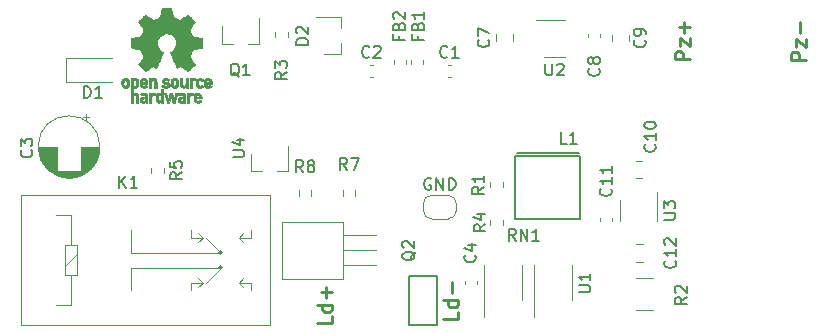
<source format=gbr>
G04 #@! TF.GenerationSoftware,KiCad,Pcbnew,(5.1.9)-1*
G04 #@! TF.CreationDate,2021-10-09T16:27:14+02:00*
G04 #@! TF.ProjectId,DgDrive_DVI,44674472-6976-4655-9f44-56492e6b6963,1.5*
G04 #@! TF.SameCoordinates,Original*
G04 #@! TF.FileFunction,Legend,Top*
G04 #@! TF.FilePolarity,Positive*
%FSLAX46Y46*%
G04 Gerber Fmt 4.6, Leading zero omitted, Abs format (unit mm)*
G04 Created by KiCad (PCBNEW (5.1.9)-1) date 2021-10-09 16:27:14*
%MOMM*%
%LPD*%
G01*
G04 APERTURE LIST*
%ADD10C,0.150000*%
%ADD11C,0.120000*%
%ADD12C,0.010000*%
%ADD13C,0.200000*%
%ADD14C,0.250000*%
G04 APERTURE END LIST*
D10*
X138200000Y-102500000D02*
X132900000Y-102500000D01*
X138300000Y-102800000D02*
X138300000Y-108100000D01*
X138300000Y-108100000D02*
X132800000Y-108100000D01*
X132800000Y-108100000D02*
X132800000Y-102800000D01*
X132800000Y-102800000D02*
X138300000Y-102800000D01*
D11*
X110420000Y-104060000D02*
X111350000Y-104060000D01*
X113580000Y-104060000D02*
X112650000Y-104060000D01*
X113580000Y-104060000D02*
X113580000Y-101900000D01*
X110420000Y-104060000D02*
X110420000Y-102600000D01*
X120980000Y-109500000D02*
X118190000Y-109500000D01*
X120980000Y-110770000D02*
X118190000Y-110770000D01*
X120980000Y-112040000D02*
X118190000Y-112040000D01*
X118190000Y-108370000D02*
X118190000Y-113170000D01*
X118190000Y-113170000D02*
X113000000Y-113170000D01*
X113000000Y-113170000D02*
X113000000Y-108370000D01*
X113000000Y-108370000D02*
X118190000Y-108370000D01*
X118060000Y-94180000D02*
X118060000Y-93250000D01*
X118060000Y-91020000D02*
X118060000Y-91950000D01*
X118060000Y-91020000D02*
X115900000Y-91020000D01*
X118060000Y-94180000D02*
X116600000Y-94180000D01*
X107920000Y-93260000D02*
X108850000Y-93260000D01*
X111080000Y-93260000D02*
X110150000Y-93260000D01*
X111080000Y-93260000D02*
X111080000Y-91100000D01*
X107920000Y-93260000D02*
X107920000Y-91800000D01*
X94750000Y-94500000D02*
X94750000Y-96500000D01*
X94750000Y-96500000D02*
X98650000Y-96500000D01*
X94750000Y-94500000D02*
X98650000Y-94500000D01*
X144473737Y-115855000D02*
X143026263Y-115855000D01*
X144473737Y-113145000D02*
X143026263Y-113145000D01*
X115522500Y-105662742D02*
X115522500Y-106137258D01*
X114477500Y-105662742D02*
X114477500Y-106137258D01*
X118177500Y-106137258D02*
X118177500Y-105662742D01*
X119222500Y-106137258D02*
X119222500Y-105662742D01*
X112477500Y-92737258D02*
X112477500Y-92262742D01*
X113522500Y-92737258D02*
X113522500Y-92262742D01*
D12*
G36*
X100713360Y-96202468D02*
G01*
X100748592Y-96219874D01*
X100792040Y-96250206D01*
X100823706Y-96283283D01*
X100845394Y-96324817D01*
X100858903Y-96380522D01*
X100866038Y-96456111D01*
X100868600Y-96557296D01*
X100868750Y-96600797D01*
X100868312Y-96696135D01*
X100866496Y-96764271D01*
X100862545Y-96811418D01*
X100855702Y-96843790D01*
X100845211Y-96867600D01*
X100834296Y-96883843D01*
X100764619Y-96952952D01*
X100682566Y-96994521D01*
X100594050Y-97007023D01*
X100504981Y-96988934D01*
X100476763Y-96976142D01*
X100409210Y-96940931D01*
X100409210Y-97492700D01*
X100458512Y-97467205D01*
X100523473Y-97447480D01*
X100603320Y-97442427D01*
X100683052Y-97451756D01*
X100743265Y-97472714D01*
X100793208Y-97512627D01*
X100835881Y-97569741D01*
X100839090Y-97575605D01*
X100852622Y-97603227D01*
X100862505Y-97631068D01*
X100869309Y-97664794D01*
X100873601Y-97710071D01*
X100875951Y-97772562D01*
X100876928Y-97857935D01*
X100877105Y-97954010D01*
X100877105Y-98260526D01*
X100693289Y-98260526D01*
X100693289Y-97695339D01*
X100641875Y-97652077D01*
X100588466Y-97617472D01*
X100537888Y-97611180D01*
X100487030Y-97627372D01*
X100459925Y-97643227D01*
X100439751Y-97665810D01*
X100425403Y-97699940D01*
X100415776Y-97750434D01*
X100409763Y-97822111D01*
X100406260Y-97919788D01*
X100405026Y-97984802D01*
X100400855Y-98252171D01*
X100313125Y-98257222D01*
X100225394Y-98262273D01*
X100225394Y-96603101D01*
X100409210Y-96603101D01*
X100413896Y-96695600D01*
X100429688Y-96759809D01*
X100459183Y-96799759D01*
X100504980Y-96819480D01*
X100551250Y-96823421D01*
X100603628Y-96818892D01*
X100638390Y-96801069D01*
X100660128Y-96777519D01*
X100677240Y-96752189D01*
X100687427Y-96723969D01*
X100691960Y-96684431D01*
X100692109Y-96625142D01*
X100690584Y-96575498D01*
X100687081Y-96500710D01*
X100681867Y-96451611D01*
X100673087Y-96420467D01*
X100658886Y-96399545D01*
X100645484Y-96387452D01*
X100589487Y-96361081D01*
X100523211Y-96356822D01*
X100485156Y-96365906D01*
X100447477Y-96398196D01*
X100422519Y-96461006D01*
X100410422Y-96553894D01*
X100409210Y-96603101D01*
X100225394Y-96603101D01*
X100225394Y-96188421D01*
X100317302Y-96188421D01*
X100372483Y-96190603D01*
X100400952Y-96198351D01*
X100409206Y-96213468D01*
X100409210Y-96213916D01*
X100413040Y-96228720D01*
X100429933Y-96227039D01*
X100463519Y-96210772D01*
X100541778Y-96185887D01*
X100629827Y-96183271D01*
X100713360Y-96202468D01*
G37*
X100713360Y-96202468D02*
X100748592Y-96219874D01*
X100792040Y-96250206D01*
X100823706Y-96283283D01*
X100845394Y-96324817D01*
X100858903Y-96380522D01*
X100866038Y-96456111D01*
X100868600Y-96557296D01*
X100868750Y-96600797D01*
X100868312Y-96696135D01*
X100866496Y-96764271D01*
X100862545Y-96811418D01*
X100855702Y-96843790D01*
X100845211Y-96867600D01*
X100834296Y-96883843D01*
X100764619Y-96952952D01*
X100682566Y-96994521D01*
X100594050Y-97007023D01*
X100504981Y-96988934D01*
X100476763Y-96976142D01*
X100409210Y-96940931D01*
X100409210Y-97492700D01*
X100458512Y-97467205D01*
X100523473Y-97447480D01*
X100603320Y-97442427D01*
X100683052Y-97451756D01*
X100743265Y-97472714D01*
X100793208Y-97512627D01*
X100835881Y-97569741D01*
X100839090Y-97575605D01*
X100852622Y-97603227D01*
X100862505Y-97631068D01*
X100869309Y-97664794D01*
X100873601Y-97710071D01*
X100875951Y-97772562D01*
X100876928Y-97857935D01*
X100877105Y-97954010D01*
X100877105Y-98260526D01*
X100693289Y-98260526D01*
X100693289Y-97695339D01*
X100641875Y-97652077D01*
X100588466Y-97617472D01*
X100537888Y-97611180D01*
X100487030Y-97627372D01*
X100459925Y-97643227D01*
X100439751Y-97665810D01*
X100425403Y-97699940D01*
X100415776Y-97750434D01*
X100409763Y-97822111D01*
X100406260Y-97919788D01*
X100405026Y-97984802D01*
X100400855Y-98252171D01*
X100313125Y-98257222D01*
X100225394Y-98262273D01*
X100225394Y-96603101D01*
X100409210Y-96603101D01*
X100413896Y-96695600D01*
X100429688Y-96759809D01*
X100459183Y-96799759D01*
X100504980Y-96819480D01*
X100551250Y-96823421D01*
X100603628Y-96818892D01*
X100638390Y-96801069D01*
X100660128Y-96777519D01*
X100677240Y-96752189D01*
X100687427Y-96723969D01*
X100691960Y-96684431D01*
X100692109Y-96625142D01*
X100690584Y-96575498D01*
X100687081Y-96500710D01*
X100681867Y-96451611D01*
X100673087Y-96420467D01*
X100658886Y-96399545D01*
X100645484Y-96387452D01*
X100589487Y-96361081D01*
X100523211Y-96356822D01*
X100485156Y-96365906D01*
X100447477Y-96398196D01*
X100422519Y-96461006D01*
X100410422Y-96553894D01*
X100409210Y-96603101D01*
X100225394Y-96603101D01*
X100225394Y-96188421D01*
X100317302Y-96188421D01*
X100372483Y-96190603D01*
X100400952Y-96198351D01*
X100409206Y-96213468D01*
X100409210Y-96213916D01*
X100413040Y-96228720D01*
X100429933Y-96227039D01*
X100463519Y-96210772D01*
X100541778Y-96185887D01*
X100629827Y-96183271D01*
X100713360Y-96202468D01*
G36*
X101410457Y-97448184D02*
G01*
X101489070Y-97469160D01*
X101548916Y-97507180D01*
X101591147Y-97556978D01*
X101604275Y-97578230D01*
X101613968Y-97600492D01*
X101620744Y-97628970D01*
X101625123Y-97668871D01*
X101627624Y-97725401D01*
X101628768Y-97803767D01*
X101629072Y-97909176D01*
X101629078Y-97937142D01*
X101629078Y-98260526D01*
X101548868Y-98260526D01*
X101497706Y-98256943D01*
X101459877Y-98247866D01*
X101450399Y-98242268D01*
X101424488Y-98232606D01*
X101398024Y-98242268D01*
X101354452Y-98254330D01*
X101291160Y-98259185D01*
X101221010Y-98257078D01*
X101156860Y-98248256D01*
X101119407Y-98236937D01*
X101046933Y-98190412D01*
X101001640Y-98125846D01*
X100981278Y-98040000D01*
X100981088Y-98037796D01*
X100982875Y-97999713D01*
X101144473Y-97999713D01*
X101158601Y-98043030D01*
X101181612Y-98067408D01*
X101227804Y-98085845D01*
X101288775Y-98093205D01*
X101350949Y-98089583D01*
X101400751Y-98075074D01*
X101414703Y-98065765D01*
X101439085Y-98022753D01*
X101445263Y-97973857D01*
X101445263Y-97909605D01*
X101352818Y-97909605D01*
X101264995Y-97916366D01*
X101198418Y-97935520D01*
X101157002Y-97965376D01*
X101144473Y-97999713D01*
X100982875Y-97999713D01*
X100985490Y-97944004D01*
X101016424Y-97869847D01*
X101074581Y-97813767D01*
X101082620Y-97808665D01*
X101117163Y-97792055D01*
X101159918Y-97781996D01*
X101219686Y-97777107D01*
X101290690Y-97775983D01*
X101445263Y-97775921D01*
X101445263Y-97711125D01*
X101438706Y-97660850D01*
X101421975Y-97627169D01*
X101420016Y-97625376D01*
X101382783Y-97610642D01*
X101326580Y-97604931D01*
X101264467Y-97607737D01*
X101209510Y-97618556D01*
X101176899Y-97634782D01*
X101159228Y-97647780D01*
X101140569Y-97650262D01*
X101114819Y-97639613D01*
X101075873Y-97613218D01*
X101017630Y-97568465D01*
X101012284Y-97564273D01*
X101015023Y-97548760D01*
X101037876Y-97522960D01*
X101072609Y-97494289D01*
X101110990Y-97470166D01*
X101123048Y-97464470D01*
X101167034Y-97453103D01*
X101231487Y-97444995D01*
X101303497Y-97441743D01*
X101306864Y-97441736D01*
X101410457Y-97448184D01*
G37*
X101410457Y-97448184D02*
X101489070Y-97469160D01*
X101548916Y-97507180D01*
X101591147Y-97556978D01*
X101604275Y-97578230D01*
X101613968Y-97600492D01*
X101620744Y-97628970D01*
X101625123Y-97668871D01*
X101627624Y-97725401D01*
X101628768Y-97803767D01*
X101629072Y-97909176D01*
X101629078Y-97937142D01*
X101629078Y-98260526D01*
X101548868Y-98260526D01*
X101497706Y-98256943D01*
X101459877Y-98247866D01*
X101450399Y-98242268D01*
X101424488Y-98232606D01*
X101398024Y-98242268D01*
X101354452Y-98254330D01*
X101291160Y-98259185D01*
X101221010Y-98257078D01*
X101156860Y-98248256D01*
X101119407Y-98236937D01*
X101046933Y-98190412D01*
X101001640Y-98125846D01*
X100981278Y-98040000D01*
X100981088Y-98037796D01*
X100982875Y-97999713D01*
X101144473Y-97999713D01*
X101158601Y-98043030D01*
X101181612Y-98067408D01*
X101227804Y-98085845D01*
X101288775Y-98093205D01*
X101350949Y-98089583D01*
X101400751Y-98075074D01*
X101414703Y-98065765D01*
X101439085Y-98022753D01*
X101445263Y-97973857D01*
X101445263Y-97909605D01*
X101352818Y-97909605D01*
X101264995Y-97916366D01*
X101198418Y-97935520D01*
X101157002Y-97965376D01*
X101144473Y-97999713D01*
X100982875Y-97999713D01*
X100985490Y-97944004D01*
X101016424Y-97869847D01*
X101074581Y-97813767D01*
X101082620Y-97808665D01*
X101117163Y-97792055D01*
X101159918Y-97781996D01*
X101219686Y-97777107D01*
X101290690Y-97775983D01*
X101445263Y-97775921D01*
X101445263Y-97711125D01*
X101438706Y-97660850D01*
X101421975Y-97627169D01*
X101420016Y-97625376D01*
X101382783Y-97610642D01*
X101326580Y-97604931D01*
X101264467Y-97607737D01*
X101209510Y-97618556D01*
X101176899Y-97634782D01*
X101159228Y-97647780D01*
X101140569Y-97650262D01*
X101114819Y-97639613D01*
X101075873Y-97613218D01*
X101017630Y-97568465D01*
X101012284Y-97564273D01*
X101015023Y-97548760D01*
X101037876Y-97522960D01*
X101072609Y-97494289D01*
X101110990Y-97470166D01*
X101123048Y-97464470D01*
X101167034Y-97453103D01*
X101231487Y-97444995D01*
X101303497Y-97441743D01*
X101306864Y-97441736D01*
X101410457Y-97448184D01*
G36*
X101929881Y-97443486D02*
G01*
X101954888Y-97450982D01*
X101962950Y-97467451D01*
X101963289Y-97474886D01*
X101964736Y-97495594D01*
X101974698Y-97498845D01*
X102001612Y-97484648D01*
X102017598Y-97474948D01*
X102068033Y-97454175D01*
X102128272Y-97443904D01*
X102191434Y-97443114D01*
X102250637Y-97450786D01*
X102299002Y-97465898D01*
X102329646Y-97487432D01*
X102335689Y-97514366D01*
X102332639Y-97521660D01*
X102310406Y-97551937D01*
X102275930Y-97589175D01*
X102269694Y-97595195D01*
X102236833Y-97622875D01*
X102208480Y-97631818D01*
X102168827Y-97625576D01*
X102152942Y-97621429D01*
X102103509Y-97611467D01*
X102068752Y-97615947D01*
X102039400Y-97631746D01*
X102012513Y-97652949D01*
X101992710Y-97679614D01*
X101978948Y-97716827D01*
X101970184Y-97769673D01*
X101965374Y-97843237D01*
X101963474Y-97942605D01*
X101963289Y-98002601D01*
X101963289Y-98260526D01*
X101796184Y-98260526D01*
X101796184Y-97441710D01*
X101879736Y-97441710D01*
X101929881Y-97443486D01*
G37*
X101929881Y-97443486D02*
X101954888Y-97450982D01*
X101962950Y-97467451D01*
X101963289Y-97474886D01*
X101964736Y-97495594D01*
X101974698Y-97498845D01*
X102001612Y-97484648D01*
X102017598Y-97474948D01*
X102068033Y-97454175D01*
X102128272Y-97443904D01*
X102191434Y-97443114D01*
X102250637Y-97450786D01*
X102299002Y-97465898D01*
X102329646Y-97487432D01*
X102335689Y-97514366D01*
X102332639Y-97521660D01*
X102310406Y-97551937D01*
X102275930Y-97589175D01*
X102269694Y-97595195D01*
X102236833Y-97622875D01*
X102208480Y-97631818D01*
X102168827Y-97625576D01*
X102152942Y-97621429D01*
X102103509Y-97611467D01*
X102068752Y-97615947D01*
X102039400Y-97631746D01*
X102012513Y-97652949D01*
X101992710Y-97679614D01*
X101978948Y-97716827D01*
X101970184Y-97769673D01*
X101965374Y-97843237D01*
X101963474Y-97942605D01*
X101963289Y-98002601D01*
X101963289Y-98260526D01*
X101796184Y-98260526D01*
X101796184Y-97441710D01*
X101879736Y-97441710D01*
X101929881Y-97443486D01*
G36*
X102982631Y-98260526D02*
G01*
X102890723Y-98260526D01*
X102837377Y-98258962D01*
X102809593Y-98252485D01*
X102799590Y-98238418D01*
X102798815Y-98228906D01*
X102797128Y-98209832D01*
X102786490Y-98206174D01*
X102758535Y-98217932D01*
X102736795Y-98228906D01*
X102653332Y-98254911D01*
X102562604Y-98256416D01*
X102488842Y-98237021D01*
X102420154Y-98190165D01*
X102367794Y-98121004D01*
X102339122Y-98039427D01*
X102338392Y-98034866D01*
X102334132Y-97985101D01*
X102332014Y-97913659D01*
X102332184Y-97859626D01*
X102514720Y-97859626D01*
X102518949Y-97931441D01*
X102528568Y-97990634D01*
X102541590Y-98024060D01*
X102590856Y-98069740D01*
X102649350Y-98086115D01*
X102709671Y-98072873D01*
X102761217Y-98033373D01*
X102780738Y-98006807D01*
X102792152Y-97975106D01*
X102797498Y-97928832D01*
X102798815Y-97859328D01*
X102796458Y-97790499D01*
X102790233Y-97730026D01*
X102781408Y-97689556D01*
X102779937Y-97685929D01*
X102744347Y-97642802D01*
X102692400Y-97619124D01*
X102634278Y-97615301D01*
X102580160Y-97631738D01*
X102540226Y-97668840D01*
X102536083Y-97676222D01*
X102523116Y-97721239D01*
X102516052Y-97785967D01*
X102514720Y-97859626D01*
X102332184Y-97859626D01*
X102332271Y-97832230D01*
X102333472Y-97788405D01*
X102341645Y-97679988D01*
X102358630Y-97598588D01*
X102386887Y-97538412D01*
X102428872Y-97493666D01*
X102469632Y-97467400D01*
X102526581Y-97448935D01*
X102597411Y-97442602D01*
X102669941Y-97447760D01*
X102731986Y-97463769D01*
X102764768Y-97482920D01*
X102798815Y-97513732D01*
X102798815Y-97124210D01*
X102982631Y-97124210D01*
X102982631Y-98260526D01*
G37*
X102982631Y-98260526D02*
X102890723Y-98260526D01*
X102837377Y-98258962D01*
X102809593Y-98252485D01*
X102799590Y-98238418D01*
X102798815Y-98228906D01*
X102797128Y-98209832D01*
X102786490Y-98206174D01*
X102758535Y-98217932D01*
X102736795Y-98228906D01*
X102653332Y-98254911D01*
X102562604Y-98256416D01*
X102488842Y-98237021D01*
X102420154Y-98190165D01*
X102367794Y-98121004D01*
X102339122Y-98039427D01*
X102338392Y-98034866D01*
X102334132Y-97985101D01*
X102332014Y-97913659D01*
X102332184Y-97859626D01*
X102514720Y-97859626D01*
X102518949Y-97931441D01*
X102528568Y-97990634D01*
X102541590Y-98024060D01*
X102590856Y-98069740D01*
X102649350Y-98086115D01*
X102709671Y-98072873D01*
X102761217Y-98033373D01*
X102780738Y-98006807D01*
X102792152Y-97975106D01*
X102797498Y-97928832D01*
X102798815Y-97859328D01*
X102796458Y-97790499D01*
X102790233Y-97730026D01*
X102781408Y-97689556D01*
X102779937Y-97685929D01*
X102744347Y-97642802D01*
X102692400Y-97619124D01*
X102634278Y-97615301D01*
X102580160Y-97631738D01*
X102540226Y-97668840D01*
X102536083Y-97676222D01*
X102523116Y-97721239D01*
X102516052Y-97785967D01*
X102514720Y-97859626D01*
X102332184Y-97859626D01*
X102332271Y-97832230D01*
X102333472Y-97788405D01*
X102341645Y-97679988D01*
X102358630Y-97598588D01*
X102386887Y-97538412D01*
X102428872Y-97493666D01*
X102469632Y-97467400D01*
X102526581Y-97448935D01*
X102597411Y-97442602D01*
X102669941Y-97447760D01*
X102731986Y-97463769D01*
X102764768Y-97482920D01*
X102798815Y-97513732D01*
X102798815Y-97124210D01*
X102982631Y-97124210D01*
X102982631Y-98260526D01*
G36*
X103624130Y-97445104D02*
G01*
X103690220Y-97450066D01*
X103776626Y-97709079D01*
X103863031Y-97968092D01*
X103890124Y-97876184D01*
X103906428Y-97819384D01*
X103927875Y-97742625D01*
X103951035Y-97658251D01*
X103963280Y-97612993D01*
X104009344Y-97441710D01*
X104199387Y-97441710D01*
X104142582Y-97621349D01*
X104114607Y-97709704D01*
X104080813Y-97816281D01*
X104045520Y-97927454D01*
X104014013Y-98026579D01*
X103942250Y-98252171D01*
X103787286Y-98262253D01*
X103745270Y-98123528D01*
X103719359Y-98037351D01*
X103691083Y-97942347D01*
X103666369Y-97858441D01*
X103665394Y-97855102D01*
X103646935Y-97798248D01*
X103630649Y-97759456D01*
X103619242Y-97744787D01*
X103616898Y-97746483D01*
X103608671Y-97769225D01*
X103593038Y-97817940D01*
X103571904Y-97886502D01*
X103547170Y-97968785D01*
X103533787Y-98014046D01*
X103461311Y-98260526D01*
X103307495Y-98260526D01*
X103184531Y-97872006D01*
X103149988Y-97763022D01*
X103118521Y-97664048D01*
X103091616Y-97579736D01*
X103070759Y-97514734D01*
X103057438Y-97473692D01*
X103053388Y-97461701D01*
X103056594Y-97449423D01*
X103081765Y-97444046D01*
X103134146Y-97444584D01*
X103142345Y-97444990D01*
X103239482Y-97450066D01*
X103303100Y-97684013D01*
X103326484Y-97769333D01*
X103347381Y-97844335D01*
X103363951Y-97902507D01*
X103374354Y-97937337D01*
X103376276Y-97943016D01*
X103384241Y-97936486D01*
X103400304Y-97902654D01*
X103422621Y-97846127D01*
X103449345Y-97771510D01*
X103471937Y-97704107D01*
X103558041Y-97440143D01*
X103624130Y-97445104D01*
G37*
X103624130Y-97445104D02*
X103690220Y-97450066D01*
X103776626Y-97709079D01*
X103863031Y-97968092D01*
X103890124Y-97876184D01*
X103906428Y-97819384D01*
X103927875Y-97742625D01*
X103951035Y-97658251D01*
X103963280Y-97612993D01*
X104009344Y-97441710D01*
X104199387Y-97441710D01*
X104142582Y-97621349D01*
X104114607Y-97709704D01*
X104080813Y-97816281D01*
X104045520Y-97927454D01*
X104014013Y-98026579D01*
X103942250Y-98252171D01*
X103787286Y-98262253D01*
X103745270Y-98123528D01*
X103719359Y-98037351D01*
X103691083Y-97942347D01*
X103666369Y-97858441D01*
X103665394Y-97855102D01*
X103646935Y-97798248D01*
X103630649Y-97759456D01*
X103619242Y-97744787D01*
X103616898Y-97746483D01*
X103608671Y-97769225D01*
X103593038Y-97817940D01*
X103571904Y-97886502D01*
X103547170Y-97968785D01*
X103533787Y-98014046D01*
X103461311Y-98260526D01*
X103307495Y-98260526D01*
X103184531Y-97872006D01*
X103149988Y-97763022D01*
X103118521Y-97664048D01*
X103091616Y-97579736D01*
X103070759Y-97514734D01*
X103057438Y-97473692D01*
X103053388Y-97461701D01*
X103056594Y-97449423D01*
X103081765Y-97444046D01*
X103134146Y-97444584D01*
X103142345Y-97444990D01*
X103239482Y-97450066D01*
X103303100Y-97684013D01*
X103326484Y-97769333D01*
X103347381Y-97844335D01*
X103363951Y-97902507D01*
X103374354Y-97937337D01*
X103376276Y-97943016D01*
X103384241Y-97936486D01*
X103400304Y-97902654D01*
X103422621Y-97846127D01*
X103449345Y-97771510D01*
X103471937Y-97704107D01*
X103558041Y-97440143D01*
X103624130Y-97445104D01*
G36*
X104629992Y-97446673D02*
G01*
X104700427Y-97463780D01*
X104720787Y-97472844D01*
X104760253Y-97496583D01*
X104790541Y-97523321D01*
X104812952Y-97557699D01*
X104828786Y-97604360D01*
X104839343Y-97667946D01*
X104845924Y-97753099D01*
X104849828Y-97864462D01*
X104851310Y-97938849D01*
X104856765Y-98260526D01*
X104763580Y-98260526D01*
X104707047Y-98258156D01*
X104677922Y-98250055D01*
X104670394Y-98236451D01*
X104666420Y-98221741D01*
X104648652Y-98224554D01*
X104624440Y-98236348D01*
X104563828Y-98254427D01*
X104485929Y-98259299D01*
X104403995Y-98251330D01*
X104331281Y-98230889D01*
X104324759Y-98228051D01*
X104258302Y-98181365D01*
X104214491Y-98116464D01*
X104194332Y-98040600D01*
X104195872Y-98013344D01*
X104360345Y-98013344D01*
X104374837Y-98050024D01*
X104417805Y-98076309D01*
X104487129Y-98090417D01*
X104524177Y-98092290D01*
X104585919Y-98087494D01*
X104626960Y-98068858D01*
X104636973Y-98060000D01*
X104664100Y-98011806D01*
X104670394Y-97968092D01*
X104670394Y-97909605D01*
X104588930Y-97909605D01*
X104494234Y-97914432D01*
X104427813Y-97929613D01*
X104385846Y-97956200D01*
X104376449Y-97968052D01*
X104360345Y-98013344D01*
X104195872Y-98013344D01*
X104198829Y-97961026D01*
X104228985Y-97884995D01*
X104270131Y-97833612D01*
X104295052Y-97811397D01*
X104319448Y-97796798D01*
X104351191Y-97787897D01*
X104398152Y-97782775D01*
X104468204Y-97779515D01*
X104495990Y-97778577D01*
X104670394Y-97772879D01*
X104670138Y-97720091D01*
X104663384Y-97664603D01*
X104638964Y-97631052D01*
X104589630Y-97609618D01*
X104588306Y-97609236D01*
X104518360Y-97600808D01*
X104449914Y-97611816D01*
X104399047Y-97638585D01*
X104378637Y-97651803D01*
X104356654Y-97649974D01*
X104322826Y-97630824D01*
X104302961Y-97617308D01*
X104264106Y-97588432D01*
X104240038Y-97566786D01*
X104236176Y-97560589D01*
X104252079Y-97528519D01*
X104299065Y-97490219D01*
X104319473Y-97477297D01*
X104378143Y-97455041D01*
X104457212Y-97442432D01*
X104545041Y-97439600D01*
X104629992Y-97446673D01*
G37*
X104629992Y-97446673D02*
X104700427Y-97463780D01*
X104720787Y-97472844D01*
X104760253Y-97496583D01*
X104790541Y-97523321D01*
X104812952Y-97557699D01*
X104828786Y-97604360D01*
X104839343Y-97667946D01*
X104845924Y-97753099D01*
X104849828Y-97864462D01*
X104851310Y-97938849D01*
X104856765Y-98260526D01*
X104763580Y-98260526D01*
X104707047Y-98258156D01*
X104677922Y-98250055D01*
X104670394Y-98236451D01*
X104666420Y-98221741D01*
X104648652Y-98224554D01*
X104624440Y-98236348D01*
X104563828Y-98254427D01*
X104485929Y-98259299D01*
X104403995Y-98251330D01*
X104331281Y-98230889D01*
X104324759Y-98228051D01*
X104258302Y-98181365D01*
X104214491Y-98116464D01*
X104194332Y-98040600D01*
X104195872Y-98013344D01*
X104360345Y-98013344D01*
X104374837Y-98050024D01*
X104417805Y-98076309D01*
X104487129Y-98090417D01*
X104524177Y-98092290D01*
X104585919Y-98087494D01*
X104626960Y-98068858D01*
X104636973Y-98060000D01*
X104664100Y-98011806D01*
X104670394Y-97968092D01*
X104670394Y-97909605D01*
X104588930Y-97909605D01*
X104494234Y-97914432D01*
X104427813Y-97929613D01*
X104385846Y-97956200D01*
X104376449Y-97968052D01*
X104360345Y-98013344D01*
X104195872Y-98013344D01*
X104198829Y-97961026D01*
X104228985Y-97884995D01*
X104270131Y-97833612D01*
X104295052Y-97811397D01*
X104319448Y-97796798D01*
X104351191Y-97787897D01*
X104398152Y-97782775D01*
X104468204Y-97779515D01*
X104495990Y-97778577D01*
X104670394Y-97772879D01*
X104670138Y-97720091D01*
X104663384Y-97664603D01*
X104638964Y-97631052D01*
X104589630Y-97609618D01*
X104588306Y-97609236D01*
X104518360Y-97600808D01*
X104449914Y-97611816D01*
X104399047Y-97638585D01*
X104378637Y-97651803D01*
X104356654Y-97649974D01*
X104322826Y-97630824D01*
X104302961Y-97617308D01*
X104264106Y-97588432D01*
X104240038Y-97566786D01*
X104236176Y-97560589D01*
X104252079Y-97528519D01*
X104299065Y-97490219D01*
X104319473Y-97477297D01*
X104378143Y-97455041D01*
X104457212Y-97442432D01*
X104545041Y-97439600D01*
X104629992Y-97446673D01*
G36*
X105423167Y-97441447D02*
G01*
X105487408Y-97454112D01*
X105523980Y-97472864D01*
X105562453Y-97504017D01*
X105507717Y-97573127D01*
X105473969Y-97614979D01*
X105451053Y-97635398D01*
X105428279Y-97638517D01*
X105394956Y-97628472D01*
X105379314Y-97622789D01*
X105315542Y-97614404D01*
X105257140Y-97632378D01*
X105214264Y-97672982D01*
X105207299Y-97685929D01*
X105199713Y-97720224D01*
X105193859Y-97783427D01*
X105190011Y-97871060D01*
X105188443Y-97978640D01*
X105188421Y-97993944D01*
X105188421Y-98260526D01*
X105004605Y-98260526D01*
X105004605Y-97441710D01*
X105096513Y-97441710D01*
X105149507Y-97443094D01*
X105177115Y-97449252D01*
X105187324Y-97463194D01*
X105188421Y-97476344D01*
X105188421Y-97510978D01*
X105232450Y-97476344D01*
X105282937Y-97452716D01*
X105350760Y-97441033D01*
X105423167Y-97441447D01*
G37*
X105423167Y-97441447D02*
X105487408Y-97454112D01*
X105523980Y-97472864D01*
X105562453Y-97504017D01*
X105507717Y-97573127D01*
X105473969Y-97614979D01*
X105451053Y-97635398D01*
X105428279Y-97638517D01*
X105394956Y-97628472D01*
X105379314Y-97622789D01*
X105315542Y-97614404D01*
X105257140Y-97632378D01*
X105214264Y-97672982D01*
X105207299Y-97685929D01*
X105199713Y-97720224D01*
X105193859Y-97783427D01*
X105190011Y-97871060D01*
X105188443Y-97978640D01*
X105188421Y-97993944D01*
X105188421Y-98260526D01*
X105004605Y-98260526D01*
X105004605Y-97441710D01*
X105096513Y-97441710D01*
X105149507Y-97443094D01*
X105177115Y-97449252D01*
X105187324Y-97463194D01*
X105188421Y-97476344D01*
X105188421Y-97510978D01*
X105232450Y-97476344D01*
X105282937Y-97452716D01*
X105350760Y-97441033D01*
X105423167Y-97441447D01*
G36*
X105951193Y-97446078D02*
G01*
X106031068Y-97466845D01*
X106097962Y-97509705D01*
X106130351Y-97541723D01*
X106183445Y-97617413D01*
X106213873Y-97705216D01*
X106224327Y-97813150D01*
X106224380Y-97821875D01*
X106224473Y-97909605D01*
X105719534Y-97909605D01*
X105730298Y-97955559D01*
X105749732Y-97997178D01*
X105783745Y-98040544D01*
X105790860Y-98047467D01*
X105852003Y-98084935D01*
X105921729Y-98091289D01*
X106001987Y-98066638D01*
X106015592Y-98060000D01*
X106057319Y-98039819D01*
X106085268Y-98028321D01*
X106090145Y-98027258D01*
X106107168Y-98037583D01*
X106139633Y-98062845D01*
X106156114Y-98076650D01*
X106190264Y-98108361D01*
X106201478Y-98129299D01*
X106193695Y-98148560D01*
X106189535Y-98153827D01*
X106161357Y-98176878D01*
X106114862Y-98204892D01*
X106082434Y-98221246D01*
X105990385Y-98250059D01*
X105888476Y-98259395D01*
X105791963Y-98248332D01*
X105764934Y-98240412D01*
X105681276Y-98195581D01*
X105619266Y-98126598D01*
X105578545Y-98032794D01*
X105558755Y-97913498D01*
X105556582Y-97851118D01*
X105562926Y-97760298D01*
X105723157Y-97760298D01*
X105738655Y-97767012D01*
X105780312Y-97772280D01*
X105840876Y-97775389D01*
X105881907Y-97775921D01*
X105955711Y-97775408D01*
X106002293Y-97773006D01*
X106027848Y-97767422D01*
X106038569Y-97757361D01*
X106040657Y-97742763D01*
X106026331Y-97697796D01*
X105990262Y-97653353D01*
X105942815Y-97619242D01*
X105895349Y-97605288D01*
X105830879Y-97617666D01*
X105775070Y-97653452D01*
X105736374Y-97705033D01*
X105723157Y-97760298D01*
X105562926Y-97760298D01*
X105565821Y-97718866D01*
X105594336Y-97613498D01*
X105642729Y-97534178D01*
X105711604Y-97480071D01*
X105801565Y-97450343D01*
X105850300Y-97444618D01*
X105951193Y-97446078D01*
G37*
X105951193Y-97446078D02*
X106031068Y-97466845D01*
X106097962Y-97509705D01*
X106130351Y-97541723D01*
X106183445Y-97617413D01*
X106213873Y-97705216D01*
X106224327Y-97813150D01*
X106224380Y-97821875D01*
X106224473Y-97909605D01*
X105719534Y-97909605D01*
X105730298Y-97955559D01*
X105749732Y-97997178D01*
X105783745Y-98040544D01*
X105790860Y-98047467D01*
X105852003Y-98084935D01*
X105921729Y-98091289D01*
X106001987Y-98066638D01*
X106015592Y-98060000D01*
X106057319Y-98039819D01*
X106085268Y-98028321D01*
X106090145Y-98027258D01*
X106107168Y-98037583D01*
X106139633Y-98062845D01*
X106156114Y-98076650D01*
X106190264Y-98108361D01*
X106201478Y-98129299D01*
X106193695Y-98148560D01*
X106189535Y-98153827D01*
X106161357Y-98176878D01*
X106114862Y-98204892D01*
X106082434Y-98221246D01*
X105990385Y-98250059D01*
X105888476Y-98259395D01*
X105791963Y-98248332D01*
X105764934Y-98240412D01*
X105681276Y-98195581D01*
X105619266Y-98126598D01*
X105578545Y-98032794D01*
X105558755Y-97913498D01*
X105556582Y-97851118D01*
X105562926Y-97760298D01*
X105723157Y-97760298D01*
X105738655Y-97767012D01*
X105780312Y-97772280D01*
X105840876Y-97775389D01*
X105881907Y-97775921D01*
X105955711Y-97775408D01*
X106002293Y-97773006D01*
X106027848Y-97767422D01*
X106038569Y-97757361D01*
X106040657Y-97742763D01*
X106026331Y-97697796D01*
X105990262Y-97653353D01*
X105942815Y-97619242D01*
X105895349Y-97605288D01*
X105830879Y-97617666D01*
X105775070Y-97653452D01*
X105736374Y-97705033D01*
X105723157Y-97760298D01*
X105562926Y-97760298D01*
X105565821Y-97718866D01*
X105594336Y-97613498D01*
X105642729Y-97534178D01*
X105711604Y-97480071D01*
X105801565Y-97450343D01*
X105850300Y-97444618D01*
X105951193Y-97446078D01*
G36*
X99876784Y-96197104D02*
G01*
X99964205Y-96235754D01*
X100030570Y-96300290D01*
X100075976Y-96390812D01*
X100100518Y-96507418D01*
X100102277Y-96525624D01*
X100103656Y-96653984D01*
X100085784Y-96766496D01*
X100049750Y-96857688D01*
X100030455Y-96887022D01*
X99963245Y-96949106D01*
X99877650Y-96989316D01*
X99781890Y-97006003D01*
X99684187Y-96997517D01*
X99609917Y-96971380D01*
X99546047Y-96927335D01*
X99493846Y-96869587D01*
X99492943Y-96868236D01*
X99471744Y-96832593D01*
X99457967Y-96796752D01*
X99449624Y-96751519D01*
X99444727Y-96687701D01*
X99442569Y-96635368D01*
X99441671Y-96587910D01*
X99608743Y-96587910D01*
X99610376Y-96635154D01*
X99616304Y-96698046D01*
X99626761Y-96738407D01*
X99645619Y-96767122D01*
X99663281Y-96783896D01*
X99725894Y-96819016D01*
X99791408Y-96823710D01*
X99852421Y-96798440D01*
X99882928Y-96770124D01*
X99904911Y-96741589D01*
X99917769Y-96714284D01*
X99923412Y-96678750D01*
X99923751Y-96625524D01*
X99922012Y-96576506D01*
X99918271Y-96506482D01*
X99912341Y-96461064D01*
X99901653Y-96431440D01*
X99883639Y-96408797D01*
X99869363Y-96395855D01*
X99809651Y-96361860D01*
X99745234Y-96360165D01*
X99691219Y-96380301D01*
X99645140Y-96422352D01*
X99617689Y-96491428D01*
X99608743Y-96587910D01*
X99441671Y-96587910D01*
X99440599Y-96531299D01*
X99443964Y-96453468D01*
X99454045Y-96394930D01*
X99472226Y-96348737D01*
X99499890Y-96307942D01*
X99510146Y-96295828D01*
X99574278Y-96235474D01*
X99643066Y-96200220D01*
X99727189Y-96185450D01*
X99768209Y-96184243D01*
X99876784Y-96197104D01*
G37*
X99876784Y-96197104D02*
X99964205Y-96235754D01*
X100030570Y-96300290D01*
X100075976Y-96390812D01*
X100100518Y-96507418D01*
X100102277Y-96525624D01*
X100103656Y-96653984D01*
X100085784Y-96766496D01*
X100049750Y-96857688D01*
X100030455Y-96887022D01*
X99963245Y-96949106D01*
X99877650Y-96989316D01*
X99781890Y-97006003D01*
X99684187Y-96997517D01*
X99609917Y-96971380D01*
X99546047Y-96927335D01*
X99493846Y-96869587D01*
X99492943Y-96868236D01*
X99471744Y-96832593D01*
X99457967Y-96796752D01*
X99449624Y-96751519D01*
X99444727Y-96687701D01*
X99442569Y-96635368D01*
X99441671Y-96587910D01*
X99608743Y-96587910D01*
X99610376Y-96635154D01*
X99616304Y-96698046D01*
X99626761Y-96738407D01*
X99645619Y-96767122D01*
X99663281Y-96783896D01*
X99725894Y-96819016D01*
X99791408Y-96823710D01*
X99852421Y-96798440D01*
X99882928Y-96770124D01*
X99904911Y-96741589D01*
X99917769Y-96714284D01*
X99923412Y-96678750D01*
X99923751Y-96625524D01*
X99922012Y-96576506D01*
X99918271Y-96506482D01*
X99912341Y-96461064D01*
X99901653Y-96431440D01*
X99883639Y-96408797D01*
X99869363Y-96395855D01*
X99809651Y-96361860D01*
X99745234Y-96360165D01*
X99691219Y-96380301D01*
X99645140Y-96422352D01*
X99617689Y-96491428D01*
X99608743Y-96587910D01*
X99441671Y-96587910D01*
X99440599Y-96531299D01*
X99443964Y-96453468D01*
X99454045Y-96394930D01*
X99472226Y-96348737D01*
X99499890Y-96307942D01*
X99510146Y-96295828D01*
X99574278Y-96235474D01*
X99643066Y-96200220D01*
X99727189Y-96185450D01*
X99768209Y-96184243D01*
X99876784Y-96197104D01*
G36*
X101447018Y-96207027D02*
G01*
X101463670Y-96214866D01*
X101521305Y-96257086D01*
X101575805Y-96318700D01*
X101616499Y-96386543D01*
X101628074Y-96417734D01*
X101638634Y-96473449D01*
X101644931Y-96540781D01*
X101645696Y-96568585D01*
X101645789Y-96656316D01*
X101140850Y-96656316D01*
X101151613Y-96702270D01*
X101178033Y-96756620D01*
X101224222Y-96803591D01*
X101279172Y-96833848D01*
X101314189Y-96840131D01*
X101361677Y-96832506D01*
X101418335Y-96813383D01*
X101437582Y-96804584D01*
X101508759Y-96769036D01*
X101569502Y-96815367D01*
X101604552Y-96846703D01*
X101623202Y-96872567D01*
X101624147Y-96880158D01*
X101607485Y-96898556D01*
X101570970Y-96926515D01*
X101537828Y-96948327D01*
X101448393Y-96987537D01*
X101348129Y-97005285D01*
X101248754Y-97000670D01*
X101169539Y-96976551D01*
X101087880Y-96924884D01*
X101029849Y-96856856D01*
X100993546Y-96768843D01*
X100977072Y-96657216D01*
X100975611Y-96606138D01*
X100981457Y-96489091D01*
X100982175Y-96485686D01*
X101149489Y-96485686D01*
X101154097Y-96496662D01*
X101173036Y-96502715D01*
X101212098Y-96505310D01*
X101277077Y-96505910D01*
X101302097Y-96505921D01*
X101378221Y-96505014D01*
X101426496Y-96501720D01*
X101452460Y-96495181D01*
X101461648Y-96484537D01*
X101461973Y-96481119D01*
X101451487Y-96453956D01*
X101425242Y-96415903D01*
X101413959Y-96402579D01*
X101372072Y-96364896D01*
X101328409Y-96350080D01*
X101304885Y-96348842D01*
X101241243Y-96364329D01*
X101187873Y-96405930D01*
X101154019Y-96466353D01*
X101153419Y-96468322D01*
X101149489Y-96485686D01*
X100982175Y-96485686D01*
X101000899Y-96396928D01*
X101035922Y-96323190D01*
X101078756Y-96270848D01*
X101157948Y-96214092D01*
X101251040Y-96183762D01*
X101350055Y-96181021D01*
X101447018Y-96207027D01*
G37*
X101447018Y-96207027D02*
X101463670Y-96214866D01*
X101521305Y-96257086D01*
X101575805Y-96318700D01*
X101616499Y-96386543D01*
X101628074Y-96417734D01*
X101638634Y-96473449D01*
X101644931Y-96540781D01*
X101645696Y-96568585D01*
X101645789Y-96656316D01*
X101140850Y-96656316D01*
X101151613Y-96702270D01*
X101178033Y-96756620D01*
X101224222Y-96803591D01*
X101279172Y-96833848D01*
X101314189Y-96840131D01*
X101361677Y-96832506D01*
X101418335Y-96813383D01*
X101437582Y-96804584D01*
X101508759Y-96769036D01*
X101569502Y-96815367D01*
X101604552Y-96846703D01*
X101623202Y-96872567D01*
X101624147Y-96880158D01*
X101607485Y-96898556D01*
X101570970Y-96926515D01*
X101537828Y-96948327D01*
X101448393Y-96987537D01*
X101348129Y-97005285D01*
X101248754Y-97000670D01*
X101169539Y-96976551D01*
X101087880Y-96924884D01*
X101029849Y-96856856D01*
X100993546Y-96768843D01*
X100977072Y-96657216D01*
X100975611Y-96606138D01*
X100981457Y-96489091D01*
X100982175Y-96485686D01*
X101149489Y-96485686D01*
X101154097Y-96496662D01*
X101173036Y-96502715D01*
X101212098Y-96505310D01*
X101277077Y-96505910D01*
X101302097Y-96505921D01*
X101378221Y-96505014D01*
X101426496Y-96501720D01*
X101452460Y-96495181D01*
X101461648Y-96484537D01*
X101461973Y-96481119D01*
X101451487Y-96453956D01*
X101425242Y-96415903D01*
X101413959Y-96402579D01*
X101372072Y-96364896D01*
X101328409Y-96350080D01*
X101304885Y-96348842D01*
X101241243Y-96364329D01*
X101187873Y-96405930D01*
X101154019Y-96466353D01*
X101153419Y-96468322D01*
X101149489Y-96485686D01*
X100982175Y-96485686D01*
X101000899Y-96396928D01*
X101035922Y-96323190D01*
X101078756Y-96270848D01*
X101157948Y-96214092D01*
X101251040Y-96183762D01*
X101350055Y-96181021D01*
X101447018Y-96207027D01*
G36*
X103268628Y-96185547D02*
G01*
X103331908Y-96197548D01*
X103397557Y-96222648D01*
X103404572Y-96225848D01*
X103454356Y-96252026D01*
X103488834Y-96276353D01*
X103499978Y-96291937D01*
X103489366Y-96317353D01*
X103463588Y-96354853D01*
X103452146Y-96368852D01*
X103404992Y-96423954D01*
X103344201Y-96388086D01*
X103286347Y-96364192D01*
X103219500Y-96351420D01*
X103155394Y-96350613D01*
X103105764Y-96362615D01*
X103093854Y-96370105D01*
X103071172Y-96404450D01*
X103068416Y-96444013D01*
X103085388Y-96474920D01*
X103095427Y-96480913D01*
X103125510Y-96488357D01*
X103178389Y-96497106D01*
X103243575Y-96505467D01*
X103255600Y-96506778D01*
X103360297Y-96524888D01*
X103436232Y-96555651D01*
X103486592Y-96601907D01*
X103514564Y-96666497D01*
X103523278Y-96745387D01*
X103511240Y-96835065D01*
X103472151Y-96905486D01*
X103405855Y-96956777D01*
X103312194Y-96989067D01*
X103208223Y-97001807D01*
X103123438Y-97001654D01*
X103054665Y-96990083D01*
X103007697Y-96974109D01*
X102948350Y-96946275D01*
X102893506Y-96913973D01*
X102874013Y-96899755D01*
X102823881Y-96858835D01*
X102944803Y-96736477D01*
X103013543Y-96781967D01*
X103082488Y-96816133D01*
X103156111Y-96834004D01*
X103226883Y-96835889D01*
X103287274Y-96822101D01*
X103329757Y-96792949D01*
X103343474Y-96768352D01*
X103341417Y-96728904D01*
X103307330Y-96698737D01*
X103241308Y-96677906D01*
X103168974Y-96668279D01*
X103057652Y-96649910D01*
X102974952Y-96615254D01*
X102919765Y-96563297D01*
X102890988Y-96493023D01*
X102887001Y-96409707D01*
X102906693Y-96322681D01*
X102951589Y-96256902D01*
X103022091Y-96212068D01*
X103118601Y-96187879D01*
X103190100Y-96183137D01*
X103268628Y-96185547D01*
G37*
X103268628Y-96185547D02*
X103331908Y-96197548D01*
X103397557Y-96222648D01*
X103404572Y-96225848D01*
X103454356Y-96252026D01*
X103488834Y-96276353D01*
X103499978Y-96291937D01*
X103489366Y-96317353D01*
X103463588Y-96354853D01*
X103452146Y-96368852D01*
X103404992Y-96423954D01*
X103344201Y-96388086D01*
X103286347Y-96364192D01*
X103219500Y-96351420D01*
X103155394Y-96350613D01*
X103105764Y-96362615D01*
X103093854Y-96370105D01*
X103071172Y-96404450D01*
X103068416Y-96444013D01*
X103085388Y-96474920D01*
X103095427Y-96480913D01*
X103125510Y-96488357D01*
X103178389Y-96497106D01*
X103243575Y-96505467D01*
X103255600Y-96506778D01*
X103360297Y-96524888D01*
X103436232Y-96555651D01*
X103486592Y-96601907D01*
X103514564Y-96666497D01*
X103523278Y-96745387D01*
X103511240Y-96835065D01*
X103472151Y-96905486D01*
X103405855Y-96956777D01*
X103312194Y-96989067D01*
X103208223Y-97001807D01*
X103123438Y-97001654D01*
X103054665Y-96990083D01*
X103007697Y-96974109D01*
X102948350Y-96946275D01*
X102893506Y-96913973D01*
X102874013Y-96899755D01*
X102823881Y-96858835D01*
X102944803Y-96736477D01*
X103013543Y-96781967D01*
X103082488Y-96816133D01*
X103156111Y-96834004D01*
X103226883Y-96835889D01*
X103287274Y-96822101D01*
X103329757Y-96792949D01*
X103343474Y-96768352D01*
X103341417Y-96728904D01*
X103307330Y-96698737D01*
X103241308Y-96677906D01*
X103168974Y-96668279D01*
X103057652Y-96649910D01*
X102974952Y-96615254D01*
X102919765Y-96563297D01*
X102890988Y-96493023D01*
X102887001Y-96409707D01*
X102906693Y-96322681D01*
X102951589Y-96256902D01*
X103022091Y-96212068D01*
X103118601Y-96187879D01*
X103190100Y-96183137D01*
X103268628Y-96185547D01*
G36*
X104061669Y-96198310D02*
G01*
X104146192Y-96244340D01*
X104212321Y-96317006D01*
X104243478Y-96376106D01*
X104256855Y-96428305D01*
X104265522Y-96502719D01*
X104269237Y-96588442D01*
X104267754Y-96674569D01*
X104260831Y-96750193D01*
X104252745Y-96790584D01*
X104225465Y-96845840D01*
X104178220Y-96904530D01*
X104121282Y-96955852D01*
X104064924Y-96989005D01*
X104063550Y-96989531D01*
X103993616Y-97004018D01*
X103910737Y-97004377D01*
X103831977Y-96991188D01*
X103801566Y-96980617D01*
X103723239Y-96936201D01*
X103667143Y-96878007D01*
X103630286Y-96800965D01*
X103609680Y-96700001D01*
X103605018Y-96647116D01*
X103605613Y-96580663D01*
X103784736Y-96580663D01*
X103790770Y-96677630D01*
X103808138Y-96751523D01*
X103835740Y-96798736D01*
X103855404Y-96812237D01*
X103905787Y-96821651D01*
X103965673Y-96818864D01*
X104017449Y-96805316D01*
X104031027Y-96797862D01*
X104066849Y-96754451D01*
X104090493Y-96688014D01*
X104100558Y-96607161D01*
X104095642Y-96520502D01*
X104084655Y-96468349D01*
X104053109Y-96407951D01*
X104003311Y-96370197D01*
X103943337Y-96357143D01*
X103881264Y-96370849D01*
X103833582Y-96404372D01*
X103808525Y-96432031D01*
X103793900Y-96459294D01*
X103786929Y-96496190D01*
X103784833Y-96552750D01*
X103784736Y-96580663D01*
X103605613Y-96580663D01*
X103606282Y-96505994D01*
X103629265Y-96390271D01*
X103673972Y-96299941D01*
X103740405Y-96235000D01*
X103828565Y-96195445D01*
X103847495Y-96190858D01*
X103961266Y-96180090D01*
X104061669Y-96198310D01*
G37*
X104061669Y-96198310D02*
X104146192Y-96244340D01*
X104212321Y-96317006D01*
X104243478Y-96376106D01*
X104256855Y-96428305D01*
X104265522Y-96502719D01*
X104269237Y-96588442D01*
X104267754Y-96674569D01*
X104260831Y-96750193D01*
X104252745Y-96790584D01*
X104225465Y-96845840D01*
X104178220Y-96904530D01*
X104121282Y-96955852D01*
X104064924Y-96989005D01*
X104063550Y-96989531D01*
X103993616Y-97004018D01*
X103910737Y-97004377D01*
X103831977Y-96991188D01*
X103801566Y-96980617D01*
X103723239Y-96936201D01*
X103667143Y-96878007D01*
X103630286Y-96800965D01*
X103609680Y-96700001D01*
X103605018Y-96647116D01*
X103605613Y-96580663D01*
X103784736Y-96580663D01*
X103790770Y-96677630D01*
X103808138Y-96751523D01*
X103835740Y-96798736D01*
X103855404Y-96812237D01*
X103905787Y-96821651D01*
X103965673Y-96818864D01*
X104017449Y-96805316D01*
X104031027Y-96797862D01*
X104066849Y-96754451D01*
X104090493Y-96688014D01*
X104100558Y-96607161D01*
X104095642Y-96520502D01*
X104084655Y-96468349D01*
X104053109Y-96407951D01*
X104003311Y-96370197D01*
X103943337Y-96357143D01*
X103881264Y-96370849D01*
X103833582Y-96404372D01*
X103808525Y-96432031D01*
X103793900Y-96459294D01*
X103786929Y-96496190D01*
X103784833Y-96552750D01*
X103784736Y-96580663D01*
X103605613Y-96580663D01*
X103606282Y-96505994D01*
X103629265Y-96390271D01*
X103673972Y-96299941D01*
X103740405Y-96235000D01*
X103828565Y-96195445D01*
X103847495Y-96190858D01*
X103961266Y-96180090D01*
X104061669Y-96198310D01*
G36*
X104570131Y-96448533D02*
G01*
X104571710Y-96571089D01*
X104577481Y-96664179D01*
X104588991Y-96731651D01*
X104607790Y-96777355D01*
X104635426Y-96805139D01*
X104673448Y-96818854D01*
X104720526Y-96822358D01*
X104769832Y-96818432D01*
X104807283Y-96804089D01*
X104834428Y-96775478D01*
X104852815Y-96728751D01*
X104863993Y-96660058D01*
X104869511Y-96565550D01*
X104870921Y-96448533D01*
X104870921Y-96188421D01*
X105054736Y-96188421D01*
X105054736Y-96990526D01*
X104962828Y-96990526D01*
X104907422Y-96988281D01*
X104878891Y-96980396D01*
X104870921Y-96965428D01*
X104866120Y-96952097D01*
X104847014Y-96954917D01*
X104808504Y-96973783D01*
X104720239Y-97002887D01*
X104626623Y-97000825D01*
X104536921Y-96969221D01*
X104494204Y-96944257D01*
X104461621Y-96917226D01*
X104437817Y-96883405D01*
X104421439Y-96838068D01*
X104411131Y-96776489D01*
X104405541Y-96693943D01*
X104403312Y-96585705D01*
X104403026Y-96502004D01*
X104403026Y-96188421D01*
X104570131Y-96188421D01*
X104570131Y-96448533D01*
G37*
X104570131Y-96448533D02*
X104571710Y-96571089D01*
X104577481Y-96664179D01*
X104588991Y-96731651D01*
X104607790Y-96777355D01*
X104635426Y-96805139D01*
X104673448Y-96818854D01*
X104720526Y-96822358D01*
X104769832Y-96818432D01*
X104807283Y-96804089D01*
X104834428Y-96775478D01*
X104852815Y-96728751D01*
X104863993Y-96660058D01*
X104869511Y-96565550D01*
X104870921Y-96448533D01*
X104870921Y-96188421D01*
X105054736Y-96188421D01*
X105054736Y-96990526D01*
X104962828Y-96990526D01*
X104907422Y-96988281D01*
X104878891Y-96980396D01*
X104870921Y-96965428D01*
X104866120Y-96952097D01*
X104847014Y-96954917D01*
X104808504Y-96973783D01*
X104720239Y-97002887D01*
X104626623Y-97000825D01*
X104536921Y-96969221D01*
X104494204Y-96944257D01*
X104461621Y-96917226D01*
X104437817Y-96883405D01*
X104421439Y-96838068D01*
X104411131Y-96776489D01*
X104405541Y-96693943D01*
X104403312Y-96585705D01*
X104403026Y-96502004D01*
X104403026Y-96188421D01*
X104570131Y-96188421D01*
X104570131Y-96448533D01*
G36*
X106196576Y-96195419D02*
G01*
X106293395Y-96236549D01*
X106323890Y-96256571D01*
X106362865Y-96287340D01*
X106387331Y-96311533D01*
X106391578Y-96319413D01*
X106379584Y-96336899D01*
X106348887Y-96366570D01*
X106324312Y-96387279D01*
X106257046Y-96441336D01*
X106203930Y-96396642D01*
X106162884Y-96367789D01*
X106122863Y-96357829D01*
X106077059Y-96360261D01*
X106004324Y-96378345D01*
X105954256Y-96415881D01*
X105923829Y-96476562D01*
X105910017Y-96564081D01*
X105910013Y-96564136D01*
X105911208Y-96661958D01*
X105929772Y-96733730D01*
X105966804Y-96782595D01*
X105992050Y-96799143D01*
X106059097Y-96819749D01*
X106130709Y-96819762D01*
X106193015Y-96799768D01*
X106207763Y-96790000D01*
X106244750Y-96765047D01*
X106273668Y-96760958D01*
X106304856Y-96779530D01*
X106339336Y-96812887D01*
X106393912Y-96869196D01*
X106333318Y-96919142D01*
X106239698Y-96975513D01*
X106134125Y-97003293D01*
X106023798Y-97001282D01*
X105951343Y-96982862D01*
X105866656Y-96937310D01*
X105798927Y-96865650D01*
X105768157Y-96815066D01*
X105743236Y-96742488D01*
X105730766Y-96650569D01*
X105730670Y-96550948D01*
X105742870Y-96455267D01*
X105767290Y-96375169D01*
X105771136Y-96366956D01*
X105828093Y-96286413D01*
X105905209Y-96227771D01*
X105996390Y-96192247D01*
X106095543Y-96181057D01*
X106196576Y-96195419D01*
G37*
X106196576Y-96195419D02*
X106293395Y-96236549D01*
X106323890Y-96256571D01*
X106362865Y-96287340D01*
X106387331Y-96311533D01*
X106391578Y-96319413D01*
X106379584Y-96336899D01*
X106348887Y-96366570D01*
X106324312Y-96387279D01*
X106257046Y-96441336D01*
X106203930Y-96396642D01*
X106162884Y-96367789D01*
X106122863Y-96357829D01*
X106077059Y-96360261D01*
X106004324Y-96378345D01*
X105954256Y-96415881D01*
X105923829Y-96476562D01*
X105910017Y-96564081D01*
X105910013Y-96564136D01*
X105911208Y-96661958D01*
X105929772Y-96733730D01*
X105966804Y-96782595D01*
X105992050Y-96799143D01*
X106059097Y-96819749D01*
X106130709Y-96819762D01*
X106193015Y-96799768D01*
X106207763Y-96790000D01*
X106244750Y-96765047D01*
X106273668Y-96760958D01*
X106304856Y-96779530D01*
X106339336Y-96812887D01*
X106393912Y-96869196D01*
X106333318Y-96919142D01*
X106239698Y-96975513D01*
X106134125Y-97003293D01*
X106023798Y-97001282D01*
X105951343Y-96982862D01*
X105866656Y-96937310D01*
X105798927Y-96865650D01*
X105768157Y-96815066D01*
X105743236Y-96742488D01*
X105730766Y-96650569D01*
X105730670Y-96550948D01*
X105742870Y-96455267D01*
X105767290Y-96375169D01*
X105771136Y-96366956D01*
X105828093Y-96286413D01*
X105905209Y-96227771D01*
X105996390Y-96192247D01*
X106095543Y-96181057D01*
X106196576Y-96195419D01*
G36*
X106808784Y-96185554D02*
G01*
X106851574Y-96195949D01*
X106933609Y-96234013D01*
X107003757Y-96292149D01*
X107052305Y-96361852D01*
X107058975Y-96377502D01*
X107068124Y-96418496D01*
X107074529Y-96479138D01*
X107076710Y-96540430D01*
X107076710Y-96656316D01*
X106834407Y-96656316D01*
X106734471Y-96656693D01*
X106664069Y-96658987D01*
X106619313Y-96664938D01*
X106596315Y-96676285D01*
X106591189Y-96694771D01*
X106600048Y-96722136D01*
X106615917Y-96754155D01*
X106660184Y-96807592D01*
X106721699Y-96834215D01*
X106796885Y-96833347D01*
X106882053Y-96804371D01*
X106955659Y-96768611D01*
X107016734Y-96816904D01*
X107077810Y-96865197D01*
X107020351Y-96918285D01*
X106943641Y-96968445D01*
X106849302Y-96998688D01*
X106747827Y-97007151D01*
X106649711Y-96991974D01*
X106633881Y-96986824D01*
X106547647Y-96941791D01*
X106483501Y-96874652D01*
X106440091Y-96783405D01*
X106416064Y-96666044D01*
X106415784Y-96663529D01*
X106413633Y-96535627D01*
X106422329Y-96489997D01*
X106592105Y-96489997D01*
X106607697Y-96497013D01*
X106650029Y-96502388D01*
X106712434Y-96505457D01*
X106751981Y-96505921D01*
X106825728Y-96505630D01*
X106871840Y-96503783D01*
X106896100Y-96498912D01*
X106904294Y-96489555D01*
X106902206Y-96474245D01*
X106900455Y-96468322D01*
X106870560Y-96412668D01*
X106823542Y-96367815D01*
X106782049Y-96348105D01*
X106726926Y-96349295D01*
X106671068Y-96373875D01*
X106624212Y-96414570D01*
X106596094Y-96464108D01*
X106592105Y-96489997D01*
X106422329Y-96489997D01*
X106435074Y-96423133D01*
X106477611Y-96328727D01*
X106538747Y-96255088D01*
X106615985Y-96204893D01*
X106706830Y-96180822D01*
X106808784Y-96185554D01*
G37*
X106808784Y-96185554D02*
X106851574Y-96195949D01*
X106933609Y-96234013D01*
X107003757Y-96292149D01*
X107052305Y-96361852D01*
X107058975Y-96377502D01*
X107068124Y-96418496D01*
X107074529Y-96479138D01*
X107076710Y-96540430D01*
X107076710Y-96656316D01*
X106834407Y-96656316D01*
X106734471Y-96656693D01*
X106664069Y-96658987D01*
X106619313Y-96664938D01*
X106596315Y-96676285D01*
X106591189Y-96694771D01*
X106600048Y-96722136D01*
X106615917Y-96754155D01*
X106660184Y-96807592D01*
X106721699Y-96834215D01*
X106796885Y-96833347D01*
X106882053Y-96804371D01*
X106955659Y-96768611D01*
X107016734Y-96816904D01*
X107077810Y-96865197D01*
X107020351Y-96918285D01*
X106943641Y-96968445D01*
X106849302Y-96998688D01*
X106747827Y-97007151D01*
X106649711Y-96991974D01*
X106633881Y-96986824D01*
X106547647Y-96941791D01*
X106483501Y-96874652D01*
X106440091Y-96783405D01*
X106416064Y-96666044D01*
X106415784Y-96663529D01*
X106413633Y-96535627D01*
X106422329Y-96489997D01*
X106592105Y-96489997D01*
X106607697Y-96497013D01*
X106650029Y-96502388D01*
X106712434Y-96505457D01*
X106751981Y-96505921D01*
X106825728Y-96505630D01*
X106871840Y-96503783D01*
X106896100Y-96498912D01*
X106904294Y-96489555D01*
X106902206Y-96474245D01*
X106900455Y-96468322D01*
X106870560Y-96412668D01*
X106823542Y-96367815D01*
X106782049Y-96348105D01*
X106726926Y-96349295D01*
X106671068Y-96373875D01*
X106624212Y-96414570D01*
X106596094Y-96464108D01*
X106592105Y-96489997D01*
X106422329Y-96489997D01*
X106435074Y-96423133D01*
X106477611Y-96328727D01*
X106538747Y-96255088D01*
X106615985Y-96204893D01*
X106706830Y-96180822D01*
X106808784Y-96185554D01*
G36*
X102247957Y-96202226D02*
G01*
X102289546Y-96222090D01*
X102329825Y-96250784D01*
X102360510Y-96283809D01*
X102382861Y-96325931D01*
X102398136Y-96381915D01*
X102407592Y-96456528D01*
X102412487Y-96554535D01*
X102414081Y-96680702D01*
X102414106Y-96693914D01*
X102414473Y-96990526D01*
X102230657Y-96990526D01*
X102230657Y-96717081D01*
X102230527Y-96615777D01*
X102229621Y-96542353D01*
X102227173Y-96491271D01*
X102222414Y-96456990D01*
X102214574Y-96433971D01*
X102202885Y-96416673D01*
X102186602Y-96399581D01*
X102129634Y-96362857D01*
X102067445Y-96356042D01*
X102008199Y-96379261D01*
X101987595Y-96396543D01*
X101972470Y-96412791D01*
X101961610Y-96430191D01*
X101954310Y-96454212D01*
X101949863Y-96490322D01*
X101947564Y-96543988D01*
X101946704Y-96620680D01*
X101946578Y-96714043D01*
X101946578Y-96990526D01*
X101762763Y-96990526D01*
X101762763Y-96188421D01*
X101854671Y-96188421D01*
X101909851Y-96190603D01*
X101938320Y-96198351D01*
X101946575Y-96213468D01*
X101946578Y-96213916D01*
X101950408Y-96228720D01*
X101967301Y-96227040D01*
X102000888Y-96210773D01*
X102077063Y-96186840D01*
X102164200Y-96184178D01*
X102247957Y-96202226D01*
G37*
X102247957Y-96202226D02*
X102289546Y-96222090D01*
X102329825Y-96250784D01*
X102360510Y-96283809D01*
X102382861Y-96325931D01*
X102398136Y-96381915D01*
X102407592Y-96456528D01*
X102412487Y-96554535D01*
X102414081Y-96680702D01*
X102414106Y-96693914D01*
X102414473Y-96990526D01*
X102230657Y-96990526D01*
X102230657Y-96717081D01*
X102230527Y-96615777D01*
X102229621Y-96542353D01*
X102227173Y-96491271D01*
X102222414Y-96456990D01*
X102214574Y-96433971D01*
X102202885Y-96416673D01*
X102186602Y-96399581D01*
X102129634Y-96362857D01*
X102067445Y-96356042D01*
X102008199Y-96379261D01*
X101987595Y-96396543D01*
X101972470Y-96412791D01*
X101961610Y-96430191D01*
X101954310Y-96454212D01*
X101949863Y-96490322D01*
X101947564Y-96543988D01*
X101946704Y-96620680D01*
X101946578Y-96714043D01*
X101946578Y-96990526D01*
X101762763Y-96990526D01*
X101762763Y-96188421D01*
X101854671Y-96188421D01*
X101909851Y-96190603D01*
X101938320Y-96198351D01*
X101946575Y-96213468D01*
X101946578Y-96213916D01*
X101950408Y-96228720D01*
X101967301Y-96227040D01*
X102000888Y-96210773D01*
X102077063Y-96186840D01*
X102164200Y-96184178D01*
X102247957Y-96202226D01*
G36*
X105641388Y-96187645D02*
G01*
X105698865Y-96205206D01*
X105735872Y-96227395D01*
X105747927Y-96244942D01*
X105744609Y-96265742D01*
X105723079Y-96298419D01*
X105704874Y-96321562D01*
X105667344Y-96363402D01*
X105639148Y-96381005D01*
X105615111Y-96379856D01*
X105543808Y-96361710D01*
X105491442Y-96362534D01*
X105448918Y-96383098D01*
X105434642Y-96395134D01*
X105388947Y-96437483D01*
X105388947Y-96990526D01*
X105205131Y-96990526D01*
X105205131Y-96188421D01*
X105297039Y-96188421D01*
X105352219Y-96190603D01*
X105380688Y-96198351D01*
X105388943Y-96213468D01*
X105388947Y-96213916D01*
X105392845Y-96229749D01*
X105410474Y-96227684D01*
X105434901Y-96216261D01*
X105485350Y-96195005D01*
X105526316Y-96182216D01*
X105579028Y-96178938D01*
X105641388Y-96187645D01*
G37*
X105641388Y-96187645D02*
X105698865Y-96205206D01*
X105735872Y-96227395D01*
X105747927Y-96244942D01*
X105744609Y-96265742D01*
X105723079Y-96298419D01*
X105704874Y-96321562D01*
X105667344Y-96363402D01*
X105639148Y-96381005D01*
X105615111Y-96379856D01*
X105543808Y-96361710D01*
X105491442Y-96362534D01*
X105448918Y-96383098D01*
X105434642Y-96395134D01*
X105388947Y-96437483D01*
X105388947Y-96990526D01*
X105205131Y-96990526D01*
X105205131Y-96188421D01*
X105297039Y-96188421D01*
X105352219Y-96190603D01*
X105380688Y-96198351D01*
X105388943Y-96213468D01*
X105388947Y-96213916D01*
X105392845Y-96229749D01*
X105410474Y-96227684D01*
X105434901Y-96216261D01*
X105485350Y-96195005D01*
X105526316Y-96182216D01*
X105579028Y-96178938D01*
X105641388Y-96187645D01*
G36*
X103750964Y-90648576D02*
G01*
X103826513Y-91049322D01*
X104384041Y-91279154D01*
X104718465Y-91051748D01*
X104812122Y-90988431D01*
X104896782Y-90931896D01*
X104968495Y-90884727D01*
X105023311Y-90849502D01*
X105057280Y-90828805D01*
X105066530Y-90824342D01*
X105083195Y-90835820D01*
X105118806Y-90867551D01*
X105169371Y-90915483D01*
X105230900Y-90975562D01*
X105299399Y-91043733D01*
X105370879Y-91115945D01*
X105441347Y-91188142D01*
X105506811Y-91256273D01*
X105563280Y-91316283D01*
X105606763Y-91364119D01*
X105633268Y-91395727D01*
X105639605Y-91406305D01*
X105630486Y-91425806D01*
X105604920Y-91468531D01*
X105565597Y-91530298D01*
X105515203Y-91606931D01*
X105456427Y-91694248D01*
X105422368Y-91744052D01*
X105360289Y-91834993D01*
X105305126Y-91917059D01*
X105259554Y-91986163D01*
X105226250Y-92038222D01*
X105207890Y-92069150D01*
X105205131Y-92075650D01*
X105211385Y-92094121D01*
X105228434Y-92137172D01*
X105253703Y-92198749D01*
X105284622Y-92272799D01*
X105318618Y-92353270D01*
X105353118Y-92434107D01*
X105385551Y-92509258D01*
X105413343Y-92572671D01*
X105433923Y-92618293D01*
X105444719Y-92640069D01*
X105445356Y-92640926D01*
X105462307Y-92645084D01*
X105507451Y-92654361D01*
X105576110Y-92667844D01*
X105663602Y-92684621D01*
X105765250Y-92703781D01*
X105824556Y-92714830D01*
X105933172Y-92735510D01*
X106031277Y-92755189D01*
X106113909Y-92772789D01*
X106176104Y-92787233D01*
X106212899Y-92797446D01*
X106220296Y-92800686D01*
X106227540Y-92822617D01*
X106233385Y-92872147D01*
X106237835Y-92943485D01*
X106240893Y-93030839D01*
X106242565Y-93128417D01*
X106242853Y-93230426D01*
X106241761Y-93331075D01*
X106239294Y-93424572D01*
X106235456Y-93505125D01*
X106230250Y-93566942D01*
X106223681Y-93604230D01*
X106219741Y-93611993D01*
X106196188Y-93621298D01*
X106146282Y-93634600D01*
X106076623Y-93650337D01*
X105993813Y-93666946D01*
X105964905Y-93672319D01*
X105825531Y-93697848D01*
X105715436Y-93718408D01*
X105630982Y-93734815D01*
X105568530Y-93747887D01*
X105524444Y-93758441D01*
X105495085Y-93767294D01*
X105476815Y-93775263D01*
X105465998Y-93783165D01*
X105464485Y-93784727D01*
X105449377Y-93809886D01*
X105426329Y-93858850D01*
X105397644Y-93925621D01*
X105365622Y-94004205D01*
X105332565Y-94088607D01*
X105300773Y-94172830D01*
X105272549Y-94250879D01*
X105250193Y-94316759D01*
X105236007Y-94364473D01*
X105232293Y-94388027D01*
X105232602Y-94388852D01*
X105245189Y-94408104D01*
X105273744Y-94450463D01*
X105315267Y-94511521D01*
X105366756Y-94586868D01*
X105425211Y-94672096D01*
X105441858Y-94696315D01*
X105501215Y-94784123D01*
X105553447Y-94864238D01*
X105595708Y-94932062D01*
X105625153Y-94982993D01*
X105638937Y-95012431D01*
X105639605Y-95016048D01*
X105628024Y-95035057D01*
X105596024Y-95072714D01*
X105547718Y-95124973D01*
X105487220Y-95187786D01*
X105418644Y-95257106D01*
X105346104Y-95328885D01*
X105273712Y-95399077D01*
X105205584Y-95463635D01*
X105145832Y-95518510D01*
X105098571Y-95559656D01*
X105067913Y-95583026D01*
X105059432Y-95586842D01*
X105039691Y-95577855D01*
X104999274Y-95553616D01*
X104944763Y-95518209D01*
X104902823Y-95489711D01*
X104826829Y-95437418D01*
X104736834Y-95375845D01*
X104646564Y-95314370D01*
X104598032Y-95281469D01*
X104433762Y-95170359D01*
X104295869Y-95244916D01*
X104233049Y-95277578D01*
X104179629Y-95302966D01*
X104143484Y-95317446D01*
X104134284Y-95319460D01*
X104123221Y-95304584D01*
X104101394Y-95262547D01*
X104070434Y-95197227D01*
X104031970Y-95112500D01*
X103987632Y-95012245D01*
X103939047Y-94900339D01*
X103887846Y-94780659D01*
X103835659Y-94657084D01*
X103784113Y-94533491D01*
X103734840Y-94413757D01*
X103689467Y-94301759D01*
X103649625Y-94201377D01*
X103616942Y-94116486D01*
X103593049Y-94050965D01*
X103579574Y-94008690D01*
X103577406Y-93994172D01*
X103594583Y-93975653D01*
X103632190Y-93945590D01*
X103682366Y-93910232D01*
X103686578Y-93907434D01*
X103816264Y-93803625D01*
X103920834Y-93682515D01*
X103999381Y-93547976D01*
X104050999Y-93403882D01*
X104074782Y-93254105D01*
X104069823Y-93102517D01*
X104035217Y-92952992D01*
X103970057Y-92809400D01*
X103950886Y-92777984D01*
X103851174Y-92651125D01*
X103733377Y-92549255D01*
X103601571Y-92472904D01*
X103459833Y-92422602D01*
X103312242Y-92398879D01*
X103162873Y-92402265D01*
X103015803Y-92433288D01*
X102875111Y-92492480D01*
X102744873Y-92580369D01*
X102704586Y-92616042D01*
X102602055Y-92727706D01*
X102527341Y-92845257D01*
X102476090Y-92977020D01*
X102447546Y-93107507D01*
X102440500Y-93254216D01*
X102463996Y-93401653D01*
X102515649Y-93544834D01*
X102593071Y-93678777D01*
X102693875Y-93798498D01*
X102815676Y-93899014D01*
X102831684Y-93909609D01*
X102882398Y-93944306D01*
X102920950Y-93974370D01*
X102939381Y-93993565D01*
X102939649Y-93994172D01*
X102935692Y-94014936D01*
X102920007Y-94062062D01*
X102894222Y-94131673D01*
X102859969Y-94219893D01*
X102818877Y-94322844D01*
X102772576Y-94436650D01*
X102722696Y-94557435D01*
X102670867Y-94681321D01*
X102618719Y-94804432D01*
X102567882Y-94922891D01*
X102519987Y-95032823D01*
X102476662Y-95130349D01*
X102439538Y-95211593D01*
X102410244Y-95272679D01*
X102390412Y-95309730D01*
X102382426Y-95319460D01*
X102358021Y-95311883D01*
X102312358Y-95291560D01*
X102253310Y-95262125D01*
X102220840Y-95244916D01*
X102082947Y-95170359D01*
X101918677Y-95281469D01*
X101834821Y-95338390D01*
X101743013Y-95401030D01*
X101656980Y-95460011D01*
X101613887Y-95489711D01*
X101553277Y-95530410D01*
X101501955Y-95562663D01*
X101466615Y-95582384D01*
X101455137Y-95586554D01*
X101438430Y-95575307D01*
X101401454Y-95543911D01*
X101347795Y-95495624D01*
X101281038Y-95433708D01*
X101204766Y-95361421D01*
X101156527Y-95315008D01*
X101072133Y-95232087D01*
X100999197Y-95157920D01*
X100940669Y-95095680D01*
X100899497Y-95048541D01*
X100878628Y-95019673D01*
X100876626Y-95013815D01*
X100885917Y-94991532D01*
X100911591Y-94946477D01*
X100950800Y-94883211D01*
X101000697Y-94806295D01*
X101058433Y-94720292D01*
X101074851Y-94696315D01*
X101134677Y-94609170D01*
X101188350Y-94530710D01*
X101232870Y-94465345D01*
X101265235Y-94417484D01*
X101282445Y-94391535D01*
X101284107Y-94388852D01*
X101281621Y-94368172D01*
X101268423Y-94322704D01*
X101246814Y-94258444D01*
X101219096Y-94181387D01*
X101187570Y-94097529D01*
X101154537Y-94012866D01*
X101122299Y-93933392D01*
X101093157Y-93865104D01*
X101069412Y-93813997D01*
X101053365Y-93786067D01*
X101052225Y-93784727D01*
X101042412Y-93776745D01*
X101025839Y-93768851D01*
X100998868Y-93760229D01*
X100957861Y-93750062D01*
X100899180Y-93737531D01*
X100819187Y-93721821D01*
X100714245Y-93702113D01*
X100580715Y-93677592D01*
X100551804Y-93672319D01*
X100466118Y-93655764D01*
X100391418Y-93639569D01*
X100334306Y-93625296D01*
X100301383Y-93614508D01*
X100296969Y-93611993D01*
X100289694Y-93589696D01*
X100283781Y-93539869D01*
X100279234Y-93468304D01*
X100276055Y-93380793D01*
X100274251Y-93283128D01*
X100273823Y-93181101D01*
X100274777Y-93080503D01*
X100277116Y-92987127D01*
X100280844Y-92906765D01*
X100285966Y-92845209D01*
X100292484Y-92808250D01*
X100296414Y-92800686D01*
X100318292Y-92793056D01*
X100368109Y-92780642D01*
X100440903Y-92764522D01*
X100531711Y-92745773D01*
X100635569Y-92725471D01*
X100692154Y-92714830D01*
X100799514Y-92694760D01*
X100895254Y-92676580D01*
X100974694Y-92661199D01*
X101033154Y-92649531D01*
X101065955Y-92642488D01*
X101071354Y-92640926D01*
X101080478Y-92623322D01*
X101099765Y-92580918D01*
X101126645Y-92519772D01*
X101158546Y-92445943D01*
X101192898Y-92365489D01*
X101227129Y-92284468D01*
X101258669Y-92208937D01*
X101284946Y-92144955D01*
X101303389Y-92098580D01*
X101311429Y-92075869D01*
X101311578Y-92074876D01*
X101302465Y-92056961D01*
X101276914Y-92015733D01*
X101237612Y-91955291D01*
X101187243Y-91879731D01*
X101128494Y-91793152D01*
X101094342Y-91743421D01*
X101032110Y-91652236D01*
X100976836Y-91569449D01*
X100931218Y-91499249D01*
X100897952Y-91445824D01*
X100879736Y-91413361D01*
X100877105Y-91406083D01*
X100888414Y-91389145D01*
X100919681Y-91352978D01*
X100966910Y-91301635D01*
X101026108Y-91239167D01*
X101093281Y-91169626D01*
X101164434Y-91097065D01*
X101235574Y-91025535D01*
X101302707Y-90959087D01*
X101361839Y-90901774D01*
X101408975Y-90857647D01*
X101440123Y-90830759D01*
X101450543Y-90824342D01*
X101467509Y-90833365D01*
X101508089Y-90858715D01*
X101568337Y-90897810D01*
X101644307Y-90948071D01*
X101732054Y-91006917D01*
X101798244Y-91051748D01*
X102132668Y-91279154D01*
X102411433Y-91164238D01*
X102690197Y-91049322D01*
X102765746Y-90648576D01*
X102841294Y-90247829D01*
X103675415Y-90247829D01*
X103750964Y-90648576D01*
G37*
X103750964Y-90648576D02*
X103826513Y-91049322D01*
X104384041Y-91279154D01*
X104718465Y-91051748D01*
X104812122Y-90988431D01*
X104896782Y-90931896D01*
X104968495Y-90884727D01*
X105023311Y-90849502D01*
X105057280Y-90828805D01*
X105066530Y-90824342D01*
X105083195Y-90835820D01*
X105118806Y-90867551D01*
X105169371Y-90915483D01*
X105230900Y-90975562D01*
X105299399Y-91043733D01*
X105370879Y-91115945D01*
X105441347Y-91188142D01*
X105506811Y-91256273D01*
X105563280Y-91316283D01*
X105606763Y-91364119D01*
X105633268Y-91395727D01*
X105639605Y-91406305D01*
X105630486Y-91425806D01*
X105604920Y-91468531D01*
X105565597Y-91530298D01*
X105515203Y-91606931D01*
X105456427Y-91694248D01*
X105422368Y-91744052D01*
X105360289Y-91834993D01*
X105305126Y-91917059D01*
X105259554Y-91986163D01*
X105226250Y-92038222D01*
X105207890Y-92069150D01*
X105205131Y-92075650D01*
X105211385Y-92094121D01*
X105228434Y-92137172D01*
X105253703Y-92198749D01*
X105284622Y-92272799D01*
X105318618Y-92353270D01*
X105353118Y-92434107D01*
X105385551Y-92509258D01*
X105413343Y-92572671D01*
X105433923Y-92618293D01*
X105444719Y-92640069D01*
X105445356Y-92640926D01*
X105462307Y-92645084D01*
X105507451Y-92654361D01*
X105576110Y-92667844D01*
X105663602Y-92684621D01*
X105765250Y-92703781D01*
X105824556Y-92714830D01*
X105933172Y-92735510D01*
X106031277Y-92755189D01*
X106113909Y-92772789D01*
X106176104Y-92787233D01*
X106212899Y-92797446D01*
X106220296Y-92800686D01*
X106227540Y-92822617D01*
X106233385Y-92872147D01*
X106237835Y-92943485D01*
X106240893Y-93030839D01*
X106242565Y-93128417D01*
X106242853Y-93230426D01*
X106241761Y-93331075D01*
X106239294Y-93424572D01*
X106235456Y-93505125D01*
X106230250Y-93566942D01*
X106223681Y-93604230D01*
X106219741Y-93611993D01*
X106196188Y-93621298D01*
X106146282Y-93634600D01*
X106076623Y-93650337D01*
X105993813Y-93666946D01*
X105964905Y-93672319D01*
X105825531Y-93697848D01*
X105715436Y-93718408D01*
X105630982Y-93734815D01*
X105568530Y-93747887D01*
X105524444Y-93758441D01*
X105495085Y-93767294D01*
X105476815Y-93775263D01*
X105465998Y-93783165D01*
X105464485Y-93784727D01*
X105449377Y-93809886D01*
X105426329Y-93858850D01*
X105397644Y-93925621D01*
X105365622Y-94004205D01*
X105332565Y-94088607D01*
X105300773Y-94172830D01*
X105272549Y-94250879D01*
X105250193Y-94316759D01*
X105236007Y-94364473D01*
X105232293Y-94388027D01*
X105232602Y-94388852D01*
X105245189Y-94408104D01*
X105273744Y-94450463D01*
X105315267Y-94511521D01*
X105366756Y-94586868D01*
X105425211Y-94672096D01*
X105441858Y-94696315D01*
X105501215Y-94784123D01*
X105553447Y-94864238D01*
X105595708Y-94932062D01*
X105625153Y-94982993D01*
X105638937Y-95012431D01*
X105639605Y-95016048D01*
X105628024Y-95035057D01*
X105596024Y-95072714D01*
X105547718Y-95124973D01*
X105487220Y-95187786D01*
X105418644Y-95257106D01*
X105346104Y-95328885D01*
X105273712Y-95399077D01*
X105205584Y-95463635D01*
X105145832Y-95518510D01*
X105098571Y-95559656D01*
X105067913Y-95583026D01*
X105059432Y-95586842D01*
X105039691Y-95577855D01*
X104999274Y-95553616D01*
X104944763Y-95518209D01*
X104902823Y-95489711D01*
X104826829Y-95437418D01*
X104736834Y-95375845D01*
X104646564Y-95314370D01*
X104598032Y-95281469D01*
X104433762Y-95170359D01*
X104295869Y-95244916D01*
X104233049Y-95277578D01*
X104179629Y-95302966D01*
X104143484Y-95317446D01*
X104134284Y-95319460D01*
X104123221Y-95304584D01*
X104101394Y-95262547D01*
X104070434Y-95197227D01*
X104031970Y-95112500D01*
X103987632Y-95012245D01*
X103939047Y-94900339D01*
X103887846Y-94780659D01*
X103835659Y-94657084D01*
X103784113Y-94533491D01*
X103734840Y-94413757D01*
X103689467Y-94301759D01*
X103649625Y-94201377D01*
X103616942Y-94116486D01*
X103593049Y-94050965D01*
X103579574Y-94008690D01*
X103577406Y-93994172D01*
X103594583Y-93975653D01*
X103632190Y-93945590D01*
X103682366Y-93910232D01*
X103686578Y-93907434D01*
X103816264Y-93803625D01*
X103920834Y-93682515D01*
X103999381Y-93547976D01*
X104050999Y-93403882D01*
X104074782Y-93254105D01*
X104069823Y-93102517D01*
X104035217Y-92952992D01*
X103970057Y-92809400D01*
X103950886Y-92777984D01*
X103851174Y-92651125D01*
X103733377Y-92549255D01*
X103601571Y-92472904D01*
X103459833Y-92422602D01*
X103312242Y-92398879D01*
X103162873Y-92402265D01*
X103015803Y-92433288D01*
X102875111Y-92492480D01*
X102744873Y-92580369D01*
X102704586Y-92616042D01*
X102602055Y-92727706D01*
X102527341Y-92845257D01*
X102476090Y-92977020D01*
X102447546Y-93107507D01*
X102440500Y-93254216D01*
X102463996Y-93401653D01*
X102515649Y-93544834D01*
X102593071Y-93678777D01*
X102693875Y-93798498D01*
X102815676Y-93899014D01*
X102831684Y-93909609D01*
X102882398Y-93944306D01*
X102920950Y-93974370D01*
X102939381Y-93993565D01*
X102939649Y-93994172D01*
X102935692Y-94014936D01*
X102920007Y-94062062D01*
X102894222Y-94131673D01*
X102859969Y-94219893D01*
X102818877Y-94322844D01*
X102772576Y-94436650D01*
X102722696Y-94557435D01*
X102670867Y-94681321D01*
X102618719Y-94804432D01*
X102567882Y-94922891D01*
X102519987Y-95032823D01*
X102476662Y-95130349D01*
X102439538Y-95211593D01*
X102410244Y-95272679D01*
X102390412Y-95309730D01*
X102382426Y-95319460D01*
X102358021Y-95311883D01*
X102312358Y-95291560D01*
X102253310Y-95262125D01*
X102220840Y-95244916D01*
X102082947Y-95170359D01*
X101918677Y-95281469D01*
X101834821Y-95338390D01*
X101743013Y-95401030D01*
X101656980Y-95460011D01*
X101613887Y-95489711D01*
X101553277Y-95530410D01*
X101501955Y-95562663D01*
X101466615Y-95582384D01*
X101455137Y-95586554D01*
X101438430Y-95575307D01*
X101401454Y-95543911D01*
X101347795Y-95495624D01*
X101281038Y-95433708D01*
X101204766Y-95361421D01*
X101156527Y-95315008D01*
X101072133Y-95232087D01*
X100999197Y-95157920D01*
X100940669Y-95095680D01*
X100899497Y-95048541D01*
X100878628Y-95019673D01*
X100876626Y-95013815D01*
X100885917Y-94991532D01*
X100911591Y-94946477D01*
X100950800Y-94883211D01*
X101000697Y-94806295D01*
X101058433Y-94720292D01*
X101074851Y-94696315D01*
X101134677Y-94609170D01*
X101188350Y-94530710D01*
X101232870Y-94465345D01*
X101265235Y-94417484D01*
X101282445Y-94391535D01*
X101284107Y-94388852D01*
X101281621Y-94368172D01*
X101268423Y-94322704D01*
X101246814Y-94258444D01*
X101219096Y-94181387D01*
X101187570Y-94097529D01*
X101154537Y-94012866D01*
X101122299Y-93933392D01*
X101093157Y-93865104D01*
X101069412Y-93813997D01*
X101053365Y-93786067D01*
X101052225Y-93784727D01*
X101042412Y-93776745D01*
X101025839Y-93768851D01*
X100998868Y-93760229D01*
X100957861Y-93750062D01*
X100899180Y-93737531D01*
X100819187Y-93721821D01*
X100714245Y-93702113D01*
X100580715Y-93677592D01*
X100551804Y-93672319D01*
X100466118Y-93655764D01*
X100391418Y-93639569D01*
X100334306Y-93625296D01*
X100301383Y-93614508D01*
X100296969Y-93611993D01*
X100289694Y-93589696D01*
X100283781Y-93539869D01*
X100279234Y-93468304D01*
X100276055Y-93380793D01*
X100274251Y-93283128D01*
X100273823Y-93181101D01*
X100274777Y-93080503D01*
X100277116Y-92987127D01*
X100280844Y-92906765D01*
X100285966Y-92845209D01*
X100292484Y-92808250D01*
X100296414Y-92800686D01*
X100318292Y-92793056D01*
X100368109Y-92780642D01*
X100440903Y-92764522D01*
X100531711Y-92745773D01*
X100635569Y-92725471D01*
X100692154Y-92714830D01*
X100799514Y-92694760D01*
X100895254Y-92676580D01*
X100974694Y-92661199D01*
X101033154Y-92649531D01*
X101065955Y-92642488D01*
X101071354Y-92640926D01*
X101080478Y-92623322D01*
X101099765Y-92580918D01*
X101126645Y-92519772D01*
X101158546Y-92445943D01*
X101192898Y-92365489D01*
X101227129Y-92284468D01*
X101258669Y-92208937D01*
X101284946Y-92144955D01*
X101303389Y-92098580D01*
X101311429Y-92075869D01*
X101311578Y-92074876D01*
X101302465Y-92056961D01*
X101276914Y-92015733D01*
X101237612Y-91955291D01*
X101187243Y-91879731D01*
X101128494Y-91793152D01*
X101094342Y-91743421D01*
X101032110Y-91652236D01*
X100976836Y-91569449D01*
X100931218Y-91499249D01*
X100897952Y-91445824D01*
X100879736Y-91413361D01*
X100877105Y-91406083D01*
X100888414Y-91389145D01*
X100919681Y-91352978D01*
X100966910Y-91301635D01*
X101026108Y-91239167D01*
X101093281Y-91169626D01*
X101164434Y-91097065D01*
X101235574Y-91025535D01*
X101302707Y-90959087D01*
X101361839Y-90901774D01*
X101408975Y-90857647D01*
X101440123Y-90830759D01*
X101450543Y-90824342D01*
X101467509Y-90833365D01*
X101508089Y-90858715D01*
X101568337Y-90897810D01*
X101644307Y-90948071D01*
X101732054Y-91006917D01*
X101798244Y-91051748D01*
X102132668Y-91279154D01*
X102411433Y-91164238D01*
X102690197Y-91049322D01*
X102765746Y-90648576D01*
X102841294Y-90247829D01*
X103675415Y-90247829D01*
X103750964Y-90648576D01*
D11*
X105300000Y-114130000D02*
X105300000Y-113495000D01*
X107840000Y-112225000D02*
X106570000Y-113495000D01*
X110380000Y-114130000D02*
X110380000Y-113495000D01*
X100220000Y-114130000D02*
X100220000Y-112225000D01*
X100220000Y-112225000D02*
X107840000Y-112225000D01*
X94630000Y-112096000D02*
X95650000Y-111086000D01*
X95140000Y-107780000D02*
X93870000Y-107780000D01*
X95140000Y-110320000D02*
X95140000Y-107780000D01*
X95140000Y-115400000D02*
X95140000Y-112860000D01*
X93870000Y-115400000D02*
X95140000Y-115400000D01*
X95140000Y-112856000D02*
X94630000Y-112856000D01*
X94630000Y-112856000D02*
X94630000Y-110316000D01*
X94630000Y-110316000D02*
X95140000Y-110316000D01*
X95140000Y-110316000D02*
X95650000Y-110316000D01*
X95650000Y-110316000D02*
X95650000Y-112856000D01*
X95650000Y-112856000D02*
X95140000Y-112856000D01*
X90920000Y-117090000D02*
X112060000Y-117090000D01*
X112060000Y-117090000D02*
X112060000Y-106090000D01*
X90920000Y-117090000D02*
X90920000Y-106090000D01*
X90920000Y-106090000D02*
X112060000Y-106090000D01*
D13*
X107970000Y-112225000D02*
G75*
G03*
X107970000Y-112225000I-130000J0D01*
G01*
D11*
X105300000Y-113495000D02*
X106316000Y-113495000D01*
X109364000Y-113495000D02*
X110380000Y-113495000D01*
X106316000Y-113495000D02*
X105935000Y-113114000D01*
X106316000Y-113495000D02*
X105935000Y-113876000D01*
X109364000Y-113495000D02*
X109745000Y-113876000D01*
X109364000Y-113495000D02*
X109745000Y-113114000D01*
X105300000Y-109685000D02*
X106316000Y-109685000D01*
X110380000Y-109050000D02*
X110380000Y-109685000D01*
X107840000Y-110955000D02*
X106570000Y-109685000D01*
X109364000Y-109685000D02*
X109745000Y-110066000D01*
D13*
X107970000Y-110955000D02*
G75*
G03*
X107970000Y-110955000I-130000J0D01*
G01*
D11*
X106316000Y-109685000D02*
X105935000Y-110066000D01*
X105300000Y-109050000D02*
X105300000Y-109685000D01*
X100220000Y-110955000D02*
X107840000Y-110955000D01*
X109364000Y-109685000D02*
X109745000Y-109304000D01*
X100220000Y-109050000D02*
X100220000Y-110955000D01*
X109364000Y-109685000D02*
X110380000Y-109685000D01*
X106316000Y-109685000D02*
X105935000Y-109304000D01*
D10*
X126200000Y-117100000D02*
X123800000Y-117100000D01*
X126200000Y-112900000D02*
X126200000Y-117100000D01*
X123800000Y-112900000D02*
X126200000Y-112900000D01*
X123800000Y-117100000D02*
X123800000Y-112900000D01*
D11*
X96725000Y-99445225D02*
X96225000Y-99445225D01*
X96475000Y-99195225D02*
X96475000Y-99695225D01*
X95284000Y-104601000D02*
X94716000Y-104601000D01*
X95518000Y-104561000D02*
X94482000Y-104561000D01*
X95677000Y-104521000D02*
X94323000Y-104521000D01*
X95805000Y-104481000D02*
X94195000Y-104481000D01*
X95915000Y-104441000D02*
X94085000Y-104441000D01*
X96011000Y-104401000D02*
X93989000Y-104401000D01*
X96098000Y-104361000D02*
X93902000Y-104361000D01*
X96178000Y-104321000D02*
X93822000Y-104321000D01*
X96251000Y-104281000D02*
X93749000Y-104281000D01*
X96319000Y-104241000D02*
X93681000Y-104241000D01*
X96383000Y-104201000D02*
X93617000Y-104201000D01*
X96443000Y-104161000D02*
X93557000Y-104161000D01*
X96500000Y-104121000D02*
X93500000Y-104121000D01*
X96554000Y-104081000D02*
X93446000Y-104081000D01*
X96605000Y-104041000D02*
X93395000Y-104041000D01*
X93960000Y-104001000D02*
X93347000Y-104001000D01*
X96653000Y-104001000D02*
X96040000Y-104001000D01*
X93960000Y-103961000D02*
X93301000Y-103961000D01*
X96699000Y-103961000D02*
X96040000Y-103961000D01*
X93960000Y-103921000D02*
X93257000Y-103921000D01*
X96743000Y-103921000D02*
X96040000Y-103921000D01*
X93960000Y-103881000D02*
X93215000Y-103881000D01*
X96785000Y-103881000D02*
X96040000Y-103881000D01*
X93960000Y-103841000D02*
X93174000Y-103841000D01*
X96826000Y-103841000D02*
X96040000Y-103841000D01*
X93960000Y-103801000D02*
X93136000Y-103801000D01*
X96864000Y-103801000D02*
X96040000Y-103801000D01*
X93960000Y-103761000D02*
X93099000Y-103761000D01*
X96901000Y-103761000D02*
X96040000Y-103761000D01*
X93960000Y-103721000D02*
X93063000Y-103721000D01*
X96937000Y-103721000D02*
X96040000Y-103721000D01*
X93960000Y-103681000D02*
X93029000Y-103681000D01*
X96971000Y-103681000D02*
X96040000Y-103681000D01*
X93960000Y-103641000D02*
X92996000Y-103641000D01*
X97004000Y-103641000D02*
X96040000Y-103641000D01*
X93960000Y-103601000D02*
X92965000Y-103601000D01*
X97035000Y-103601000D02*
X96040000Y-103601000D01*
X93960000Y-103561000D02*
X92935000Y-103561000D01*
X97065000Y-103561000D02*
X96040000Y-103561000D01*
X93960000Y-103521000D02*
X92905000Y-103521000D01*
X97095000Y-103521000D02*
X96040000Y-103521000D01*
X93960000Y-103481000D02*
X92878000Y-103481000D01*
X97122000Y-103481000D02*
X96040000Y-103481000D01*
X93960000Y-103441000D02*
X92851000Y-103441000D01*
X97149000Y-103441000D02*
X96040000Y-103441000D01*
X93960000Y-103401000D02*
X92825000Y-103401000D01*
X97175000Y-103401000D02*
X96040000Y-103401000D01*
X93960000Y-103361000D02*
X92800000Y-103361000D01*
X97200000Y-103361000D02*
X96040000Y-103361000D01*
X93960000Y-103321000D02*
X92776000Y-103321000D01*
X97224000Y-103321000D02*
X96040000Y-103321000D01*
X93960000Y-103281000D02*
X92753000Y-103281000D01*
X97247000Y-103281000D02*
X96040000Y-103281000D01*
X93960000Y-103241000D02*
X92732000Y-103241000D01*
X97268000Y-103241000D02*
X96040000Y-103241000D01*
X93960000Y-103201000D02*
X92710000Y-103201000D01*
X97290000Y-103201000D02*
X96040000Y-103201000D01*
X93960000Y-103161000D02*
X92690000Y-103161000D01*
X97310000Y-103161000D02*
X96040000Y-103161000D01*
X93960000Y-103121000D02*
X92671000Y-103121000D01*
X97329000Y-103121000D02*
X96040000Y-103121000D01*
X93960000Y-103081000D02*
X92652000Y-103081000D01*
X97348000Y-103081000D02*
X96040000Y-103081000D01*
X93960000Y-103041000D02*
X92635000Y-103041000D01*
X97365000Y-103041000D02*
X96040000Y-103041000D01*
X93960000Y-103001000D02*
X92618000Y-103001000D01*
X97382000Y-103001000D02*
X96040000Y-103001000D01*
X93960000Y-102961000D02*
X92602000Y-102961000D01*
X97398000Y-102961000D02*
X96040000Y-102961000D01*
X93960000Y-102921000D02*
X92586000Y-102921000D01*
X97414000Y-102921000D02*
X96040000Y-102921000D01*
X93960000Y-102881000D02*
X92572000Y-102881000D01*
X97428000Y-102881000D02*
X96040000Y-102881000D01*
X93960000Y-102841000D02*
X92558000Y-102841000D01*
X97442000Y-102841000D02*
X96040000Y-102841000D01*
X93960000Y-102801000D02*
X92545000Y-102801000D01*
X97455000Y-102801000D02*
X96040000Y-102801000D01*
X93960000Y-102761000D02*
X92532000Y-102761000D01*
X97468000Y-102761000D02*
X96040000Y-102761000D01*
X93960000Y-102721000D02*
X92520000Y-102721000D01*
X97480000Y-102721000D02*
X96040000Y-102721000D01*
X93960000Y-102680000D02*
X92509000Y-102680000D01*
X97491000Y-102680000D02*
X96040000Y-102680000D01*
X93960000Y-102640000D02*
X92499000Y-102640000D01*
X97501000Y-102640000D02*
X96040000Y-102640000D01*
X93960000Y-102600000D02*
X92489000Y-102600000D01*
X97511000Y-102600000D02*
X96040000Y-102600000D01*
X93960000Y-102560000D02*
X92480000Y-102560000D01*
X97520000Y-102560000D02*
X96040000Y-102560000D01*
X93960000Y-102520000D02*
X92472000Y-102520000D01*
X97528000Y-102520000D02*
X96040000Y-102520000D01*
X93960000Y-102480000D02*
X92464000Y-102480000D01*
X97536000Y-102480000D02*
X96040000Y-102480000D01*
X93960000Y-102440000D02*
X92457000Y-102440000D01*
X97543000Y-102440000D02*
X96040000Y-102440000D01*
X93960000Y-102400000D02*
X92450000Y-102400000D01*
X97550000Y-102400000D02*
X96040000Y-102400000D01*
X93960000Y-102360000D02*
X92444000Y-102360000D01*
X97556000Y-102360000D02*
X96040000Y-102360000D01*
X93960000Y-102320000D02*
X92439000Y-102320000D01*
X97561000Y-102320000D02*
X96040000Y-102320000D01*
X93960000Y-102280000D02*
X92435000Y-102280000D01*
X97565000Y-102280000D02*
X96040000Y-102280000D01*
X93960000Y-102240000D02*
X92431000Y-102240000D01*
X97569000Y-102240000D02*
X96040000Y-102240000D01*
X93960000Y-102200000D02*
X92427000Y-102200000D01*
X97573000Y-102200000D02*
X96040000Y-102200000D01*
X93960000Y-102160000D02*
X92424000Y-102160000D01*
X97576000Y-102160000D02*
X96040000Y-102160000D01*
X93960000Y-102120000D02*
X92422000Y-102120000D01*
X97578000Y-102120000D02*
X96040000Y-102120000D01*
X93960000Y-102080000D02*
X92421000Y-102080000D01*
X97579000Y-102080000D02*
X96040000Y-102080000D01*
X97580000Y-102040000D02*
X96040000Y-102040000D01*
X93960000Y-102040000D02*
X92420000Y-102040000D01*
X97580000Y-102000000D02*
X96040000Y-102000000D01*
X93960000Y-102000000D02*
X92420000Y-102000000D01*
X97620000Y-102000000D02*
G75*
G03*
X97620000Y-102000000I-2620000J0D01*
G01*
X103022500Y-104237258D02*
X103022500Y-103762742D01*
X101977500Y-104237258D02*
X101977500Y-103762742D01*
X127059420Y-96110000D02*
X127340580Y-96110000D01*
X127059420Y-95090000D02*
X127340580Y-95090000D01*
X120740580Y-96110000D02*
X120459420Y-96110000D01*
X120740580Y-95090000D02*
X120459420Y-95090000D01*
X128490000Y-113640580D02*
X128490000Y-113359420D01*
X129510000Y-113640580D02*
X129510000Y-113359420D01*
X132635000Y-92488748D02*
X132635000Y-93011252D01*
X131165000Y-92488748D02*
X131165000Y-93011252D01*
X139960000Y-92459420D02*
X139960000Y-92740580D01*
X138940000Y-92459420D02*
X138940000Y-92740580D01*
X140965000Y-92538748D02*
X140965000Y-93061252D01*
X142435000Y-92538748D02*
X142435000Y-93061252D01*
X142988748Y-103165000D02*
X143511252Y-103165000D01*
X142988748Y-104635000D02*
X143511252Y-104635000D01*
X141010000Y-108290580D02*
X141010000Y-108009420D01*
X139990000Y-108290580D02*
X139990000Y-108009420D01*
X143561252Y-110265000D02*
X143038748Y-110265000D01*
X143561252Y-111735000D02*
X143038748Y-111735000D01*
X123990000Y-94962779D02*
X123990000Y-94637221D01*
X125010000Y-94962779D02*
X125010000Y-94637221D01*
X123510000Y-94962779D02*
X123510000Y-94637221D01*
X122490000Y-94962779D02*
X122490000Y-94637221D01*
X130677500Y-105437258D02*
X130677500Y-104962742D01*
X131722500Y-105437258D02*
X131722500Y-104962742D01*
X130677500Y-108637258D02*
X130677500Y-108162742D01*
X131722500Y-108637258D02*
X131722500Y-108162742D01*
X133360000Y-113500000D02*
X133360000Y-112000000D01*
X133360000Y-113500000D02*
X133360000Y-115000000D01*
X130140000Y-113500000D02*
X130140000Y-112000000D01*
X130140000Y-113500000D02*
X130140000Y-116425000D01*
X135220000Y-94360000D02*
X136980000Y-94360000D01*
X136980000Y-91290000D02*
X134550000Y-91290000D01*
X144760000Y-108280000D02*
X144760000Y-105850000D01*
X141690000Y-106520000D02*
X141690000Y-108280000D01*
X134390000Y-113500000D02*
X134390000Y-116425000D01*
X134390000Y-113500000D02*
X134390000Y-112000000D01*
X137610000Y-113500000D02*
X137610000Y-115000000D01*
X137610000Y-113500000D02*
X137610000Y-112000000D01*
X127800000Y-106800000D02*
X127800000Y-107400000D01*
X125700000Y-106100000D02*
X127100000Y-106100000D01*
X125000000Y-107400000D02*
X125000000Y-106800000D01*
X127100000Y-108100000D02*
X125700000Y-108100000D01*
X127800000Y-107400000D02*
G75*
G02*
X127100000Y-108100000I-700000J0D01*
G01*
X127100000Y-106100000D02*
G75*
G02*
X127800000Y-106800000I0J-700000D01*
G01*
X125000000Y-106800000D02*
G75*
G02*
X125700000Y-106100000I700000J0D01*
G01*
X125700000Y-108100000D02*
G75*
G02*
X125000000Y-107400000I0J700000D01*
G01*
D10*
X137133333Y-101752380D02*
X136657142Y-101752380D01*
X136657142Y-100752380D01*
X137990476Y-101752380D02*
X137419047Y-101752380D01*
X137704761Y-101752380D02*
X137704761Y-100752380D01*
X137609523Y-100895238D01*
X137514285Y-100990476D01*
X137419047Y-101038095D01*
X108852380Y-102861904D02*
X109661904Y-102861904D01*
X109757142Y-102814285D01*
X109804761Y-102766666D01*
X109852380Y-102671428D01*
X109852380Y-102480952D01*
X109804761Y-102385714D01*
X109757142Y-102338095D01*
X109661904Y-102290476D01*
X108852380Y-102290476D01*
X109185714Y-101385714D02*
X109852380Y-101385714D01*
X108804761Y-101623809D02*
X109519047Y-101861904D01*
X109519047Y-101242857D01*
X124327619Y-110865238D02*
X124280000Y-110960476D01*
X124184761Y-111055714D01*
X124041904Y-111198571D01*
X123994285Y-111293809D01*
X123994285Y-111389047D01*
X124232380Y-111341428D02*
X124184761Y-111436666D01*
X124089523Y-111531904D01*
X123899047Y-111579523D01*
X123565714Y-111579523D01*
X123375238Y-111531904D01*
X123280000Y-111436666D01*
X123232380Y-111341428D01*
X123232380Y-111150952D01*
X123280000Y-111055714D01*
X123375238Y-110960476D01*
X123565714Y-110912857D01*
X123899047Y-110912857D01*
X124089523Y-110960476D01*
X124184761Y-111055714D01*
X124232380Y-111150952D01*
X124232380Y-111341428D01*
X123327619Y-110531904D02*
X123280000Y-110484285D01*
X123232380Y-110389047D01*
X123232380Y-110150952D01*
X123280000Y-110055714D01*
X123327619Y-110008095D01*
X123422857Y-109960476D01*
X123518095Y-109960476D01*
X123660952Y-110008095D01*
X124232380Y-110579523D01*
X124232380Y-109960476D01*
X115252380Y-93338095D02*
X114252380Y-93338095D01*
X114252380Y-93100000D01*
X114300000Y-92957142D01*
X114395238Y-92861904D01*
X114490476Y-92814285D01*
X114680952Y-92766666D01*
X114823809Y-92766666D01*
X115014285Y-92814285D01*
X115109523Y-92861904D01*
X115204761Y-92957142D01*
X115252380Y-93100000D01*
X115252380Y-93338095D01*
X114347619Y-92385714D02*
X114300000Y-92338095D01*
X114252380Y-92242857D01*
X114252380Y-92004761D01*
X114300000Y-91909523D01*
X114347619Y-91861904D01*
X114442857Y-91814285D01*
X114538095Y-91814285D01*
X114680952Y-91861904D01*
X115252380Y-92433333D01*
X115252380Y-91814285D01*
X109404761Y-96047619D02*
X109309523Y-96000000D01*
X109214285Y-95904761D01*
X109071428Y-95761904D01*
X108976190Y-95714285D01*
X108880952Y-95714285D01*
X108928571Y-95952380D02*
X108833333Y-95904761D01*
X108738095Y-95809523D01*
X108690476Y-95619047D01*
X108690476Y-95285714D01*
X108738095Y-95095238D01*
X108833333Y-95000000D01*
X108928571Y-94952380D01*
X109119047Y-94952380D01*
X109214285Y-95000000D01*
X109309523Y-95095238D01*
X109357142Y-95285714D01*
X109357142Y-95619047D01*
X109309523Y-95809523D01*
X109214285Y-95904761D01*
X109119047Y-95952380D01*
X108928571Y-95952380D01*
X110309523Y-95952380D02*
X109738095Y-95952380D01*
X110023809Y-95952380D02*
X110023809Y-94952380D01*
X109928571Y-95095238D01*
X109833333Y-95190476D01*
X109738095Y-95238095D01*
X96261904Y-97852380D02*
X96261904Y-96852380D01*
X96500000Y-96852380D01*
X96642857Y-96900000D01*
X96738095Y-96995238D01*
X96785714Y-97090476D01*
X96833333Y-97280952D01*
X96833333Y-97423809D01*
X96785714Y-97614285D01*
X96738095Y-97709523D01*
X96642857Y-97804761D01*
X96500000Y-97852380D01*
X96261904Y-97852380D01*
X97785714Y-97852380D02*
X97214285Y-97852380D01*
X97500000Y-97852380D02*
X97500000Y-96852380D01*
X97404761Y-96995238D01*
X97309523Y-97090476D01*
X97214285Y-97138095D01*
X147302380Y-114716666D02*
X146826190Y-115050000D01*
X147302380Y-115288095D02*
X146302380Y-115288095D01*
X146302380Y-114907142D01*
X146350000Y-114811904D01*
X146397619Y-114764285D01*
X146492857Y-114716666D01*
X146635714Y-114716666D01*
X146730952Y-114764285D01*
X146778571Y-114811904D01*
X146826190Y-114907142D01*
X146826190Y-115288095D01*
X146397619Y-114335714D02*
X146350000Y-114288095D01*
X146302380Y-114192857D01*
X146302380Y-113954761D01*
X146350000Y-113859523D01*
X146397619Y-113811904D01*
X146492857Y-113764285D01*
X146588095Y-113764285D01*
X146730952Y-113811904D01*
X147302380Y-114383333D01*
X147302380Y-113764285D01*
X114833333Y-104152380D02*
X114500000Y-103676190D01*
X114261904Y-104152380D02*
X114261904Y-103152380D01*
X114642857Y-103152380D01*
X114738095Y-103200000D01*
X114785714Y-103247619D01*
X114833333Y-103342857D01*
X114833333Y-103485714D01*
X114785714Y-103580952D01*
X114738095Y-103628571D01*
X114642857Y-103676190D01*
X114261904Y-103676190D01*
X115404761Y-103580952D02*
X115309523Y-103533333D01*
X115261904Y-103485714D01*
X115214285Y-103390476D01*
X115214285Y-103342857D01*
X115261904Y-103247619D01*
X115309523Y-103200000D01*
X115404761Y-103152380D01*
X115595238Y-103152380D01*
X115690476Y-103200000D01*
X115738095Y-103247619D01*
X115785714Y-103342857D01*
X115785714Y-103390476D01*
X115738095Y-103485714D01*
X115690476Y-103533333D01*
X115595238Y-103580952D01*
X115404761Y-103580952D01*
X115309523Y-103628571D01*
X115261904Y-103676190D01*
X115214285Y-103771428D01*
X115214285Y-103961904D01*
X115261904Y-104057142D01*
X115309523Y-104104761D01*
X115404761Y-104152380D01*
X115595238Y-104152380D01*
X115690476Y-104104761D01*
X115738095Y-104057142D01*
X115785714Y-103961904D01*
X115785714Y-103771428D01*
X115738095Y-103676190D01*
X115690476Y-103628571D01*
X115595238Y-103580952D01*
X118533333Y-103952380D02*
X118200000Y-103476190D01*
X117961904Y-103952380D02*
X117961904Y-102952380D01*
X118342857Y-102952380D01*
X118438095Y-103000000D01*
X118485714Y-103047619D01*
X118533333Y-103142857D01*
X118533333Y-103285714D01*
X118485714Y-103380952D01*
X118438095Y-103428571D01*
X118342857Y-103476190D01*
X117961904Y-103476190D01*
X118866666Y-102952380D02*
X119533333Y-102952380D01*
X119104761Y-103952380D01*
X113452380Y-95666666D02*
X112976190Y-96000000D01*
X113452380Y-96238095D02*
X112452380Y-96238095D01*
X112452380Y-95857142D01*
X112500000Y-95761904D01*
X112547619Y-95714285D01*
X112642857Y-95666666D01*
X112785714Y-95666666D01*
X112880952Y-95714285D01*
X112928571Y-95761904D01*
X112976190Y-95857142D01*
X112976190Y-96238095D01*
X112452380Y-95333333D02*
X112452380Y-94714285D01*
X112833333Y-95047619D01*
X112833333Y-94904761D01*
X112880952Y-94809523D01*
X112928571Y-94761904D01*
X113023809Y-94714285D01*
X113261904Y-94714285D01*
X113357142Y-94761904D01*
X113404761Y-94809523D01*
X113452380Y-94904761D01*
X113452380Y-95190476D01*
X113404761Y-95285714D01*
X113357142Y-95333333D01*
X99261904Y-105452380D02*
X99261904Y-104452380D01*
X99833333Y-105452380D02*
X99404761Y-104880952D01*
X99833333Y-104452380D02*
X99261904Y-105023809D01*
X100785714Y-105452380D02*
X100214285Y-105452380D01*
X100500000Y-105452380D02*
X100500000Y-104452380D01*
X100404761Y-104595238D01*
X100309523Y-104690476D01*
X100214285Y-104738095D01*
D14*
X117265476Y-116352380D02*
X117265476Y-116947619D01*
X116015476Y-116947619D01*
X117265476Y-115400000D02*
X116015476Y-115400000D01*
X117205952Y-115400000D02*
X117265476Y-115519047D01*
X117265476Y-115757142D01*
X117205952Y-115876190D01*
X117146428Y-115935714D01*
X117027380Y-115995238D01*
X116670238Y-115995238D01*
X116551190Y-115935714D01*
X116491666Y-115876190D01*
X116432142Y-115757142D01*
X116432142Y-115519047D01*
X116491666Y-115400000D01*
X116789285Y-114804761D02*
X116789285Y-113852380D01*
X117265476Y-114328571D02*
X116313095Y-114328571D01*
X147565476Y-94607142D02*
X146315476Y-94607142D01*
X146315476Y-94130952D01*
X146375000Y-94011904D01*
X146434523Y-93952380D01*
X146553571Y-93892857D01*
X146732142Y-93892857D01*
X146851190Y-93952380D01*
X146910714Y-94011904D01*
X146970238Y-94130952D01*
X146970238Y-94607142D01*
X146732142Y-93476190D02*
X146732142Y-92821428D01*
X147565476Y-93476190D01*
X147565476Y-92821428D01*
X147089285Y-92345238D02*
X147089285Y-91392857D01*
X147565476Y-91869047D02*
X146613095Y-91869047D01*
X157365476Y-94657142D02*
X156115476Y-94657142D01*
X156115476Y-94180952D01*
X156175000Y-94061904D01*
X156234523Y-94002380D01*
X156353571Y-93942857D01*
X156532142Y-93942857D01*
X156651190Y-94002380D01*
X156710714Y-94061904D01*
X156770238Y-94180952D01*
X156770238Y-94657142D01*
X156532142Y-93526190D02*
X156532142Y-92871428D01*
X157365476Y-93526190D01*
X157365476Y-92871428D01*
X156889285Y-92395238D02*
X156889285Y-91442857D01*
X127915476Y-115952380D02*
X127915476Y-116547619D01*
X126665476Y-116547619D01*
X127915476Y-115000000D02*
X126665476Y-115000000D01*
X127855952Y-115000000D02*
X127915476Y-115119047D01*
X127915476Y-115357142D01*
X127855952Y-115476190D01*
X127796428Y-115535714D01*
X127677380Y-115595238D01*
X127320238Y-115595238D01*
X127201190Y-115535714D01*
X127141666Y-115476190D01*
X127082142Y-115357142D01*
X127082142Y-115119047D01*
X127141666Y-115000000D01*
X127439285Y-114404761D02*
X127439285Y-113452380D01*
D10*
X91807142Y-102266666D02*
X91854761Y-102314285D01*
X91902380Y-102457142D01*
X91902380Y-102552380D01*
X91854761Y-102695238D01*
X91759523Y-102790476D01*
X91664285Y-102838095D01*
X91473809Y-102885714D01*
X91330952Y-102885714D01*
X91140476Y-102838095D01*
X91045238Y-102790476D01*
X90950000Y-102695238D01*
X90902380Y-102552380D01*
X90902380Y-102457142D01*
X90950000Y-102314285D01*
X90997619Y-102266666D01*
X90902380Y-101933333D02*
X90902380Y-101314285D01*
X91283333Y-101647619D01*
X91283333Y-101504761D01*
X91330952Y-101409523D01*
X91378571Y-101361904D01*
X91473809Y-101314285D01*
X91711904Y-101314285D01*
X91807142Y-101361904D01*
X91854761Y-101409523D01*
X91902380Y-101504761D01*
X91902380Y-101790476D01*
X91854761Y-101885714D01*
X91807142Y-101933333D01*
X104552380Y-104166666D02*
X104076190Y-104500000D01*
X104552380Y-104738095D02*
X103552380Y-104738095D01*
X103552380Y-104357142D01*
X103600000Y-104261904D01*
X103647619Y-104214285D01*
X103742857Y-104166666D01*
X103885714Y-104166666D01*
X103980952Y-104214285D01*
X104028571Y-104261904D01*
X104076190Y-104357142D01*
X104076190Y-104738095D01*
X103552380Y-103261904D02*
X103552380Y-103738095D01*
X104028571Y-103785714D01*
X103980952Y-103738095D01*
X103933333Y-103642857D01*
X103933333Y-103404761D01*
X103980952Y-103309523D01*
X104028571Y-103261904D01*
X104123809Y-103214285D01*
X104361904Y-103214285D01*
X104457142Y-103261904D01*
X104504761Y-103309523D01*
X104552380Y-103404761D01*
X104552380Y-103642857D01*
X104504761Y-103738095D01*
X104457142Y-103785714D01*
X127033333Y-94357142D02*
X126985714Y-94404761D01*
X126842857Y-94452380D01*
X126747619Y-94452380D01*
X126604761Y-94404761D01*
X126509523Y-94309523D01*
X126461904Y-94214285D01*
X126414285Y-94023809D01*
X126414285Y-93880952D01*
X126461904Y-93690476D01*
X126509523Y-93595238D01*
X126604761Y-93500000D01*
X126747619Y-93452380D01*
X126842857Y-93452380D01*
X126985714Y-93500000D01*
X127033333Y-93547619D01*
X127985714Y-94452380D02*
X127414285Y-94452380D01*
X127700000Y-94452380D02*
X127700000Y-93452380D01*
X127604761Y-93595238D01*
X127509523Y-93690476D01*
X127414285Y-93738095D01*
X120433333Y-94357142D02*
X120385714Y-94404761D01*
X120242857Y-94452380D01*
X120147619Y-94452380D01*
X120004761Y-94404761D01*
X119909523Y-94309523D01*
X119861904Y-94214285D01*
X119814285Y-94023809D01*
X119814285Y-93880952D01*
X119861904Y-93690476D01*
X119909523Y-93595238D01*
X120004761Y-93500000D01*
X120147619Y-93452380D01*
X120242857Y-93452380D01*
X120385714Y-93500000D01*
X120433333Y-93547619D01*
X120814285Y-93547619D02*
X120861904Y-93500000D01*
X120957142Y-93452380D01*
X121195238Y-93452380D01*
X121290476Y-93500000D01*
X121338095Y-93547619D01*
X121385714Y-93642857D01*
X121385714Y-93738095D01*
X121338095Y-93880952D01*
X120766666Y-94452380D01*
X121385714Y-94452380D01*
X129357142Y-111166666D02*
X129404761Y-111214285D01*
X129452380Y-111357142D01*
X129452380Y-111452380D01*
X129404761Y-111595238D01*
X129309523Y-111690476D01*
X129214285Y-111738095D01*
X129023809Y-111785714D01*
X128880952Y-111785714D01*
X128690476Y-111738095D01*
X128595238Y-111690476D01*
X128500000Y-111595238D01*
X128452380Y-111452380D01*
X128452380Y-111357142D01*
X128500000Y-111214285D01*
X128547619Y-111166666D01*
X128785714Y-110309523D02*
X129452380Y-110309523D01*
X128404761Y-110547619D02*
X129119047Y-110785714D01*
X129119047Y-110166666D01*
X130507142Y-92916666D02*
X130554761Y-92964285D01*
X130602380Y-93107142D01*
X130602380Y-93202380D01*
X130554761Y-93345238D01*
X130459523Y-93440476D01*
X130364285Y-93488095D01*
X130173809Y-93535714D01*
X130030952Y-93535714D01*
X129840476Y-93488095D01*
X129745238Y-93440476D01*
X129650000Y-93345238D01*
X129602380Y-93202380D01*
X129602380Y-93107142D01*
X129650000Y-92964285D01*
X129697619Y-92916666D01*
X129602380Y-92583333D02*
X129602380Y-91916666D01*
X130602380Y-92345238D01*
X139857142Y-95366666D02*
X139904761Y-95414285D01*
X139952380Y-95557142D01*
X139952380Y-95652380D01*
X139904761Y-95795238D01*
X139809523Y-95890476D01*
X139714285Y-95938095D01*
X139523809Y-95985714D01*
X139380952Y-95985714D01*
X139190476Y-95938095D01*
X139095238Y-95890476D01*
X139000000Y-95795238D01*
X138952380Y-95652380D01*
X138952380Y-95557142D01*
X139000000Y-95414285D01*
X139047619Y-95366666D01*
X139380952Y-94795238D02*
X139333333Y-94890476D01*
X139285714Y-94938095D01*
X139190476Y-94985714D01*
X139142857Y-94985714D01*
X139047619Y-94938095D01*
X139000000Y-94890476D01*
X138952380Y-94795238D01*
X138952380Y-94604761D01*
X139000000Y-94509523D01*
X139047619Y-94461904D01*
X139142857Y-94414285D01*
X139190476Y-94414285D01*
X139285714Y-94461904D01*
X139333333Y-94509523D01*
X139380952Y-94604761D01*
X139380952Y-94795238D01*
X139428571Y-94890476D01*
X139476190Y-94938095D01*
X139571428Y-94985714D01*
X139761904Y-94985714D01*
X139857142Y-94938095D01*
X139904761Y-94890476D01*
X139952380Y-94795238D01*
X139952380Y-94604761D01*
X139904761Y-94509523D01*
X139857142Y-94461904D01*
X139761904Y-94414285D01*
X139571428Y-94414285D01*
X139476190Y-94461904D01*
X139428571Y-94509523D01*
X139380952Y-94604761D01*
X143737142Y-92966666D02*
X143784761Y-93014285D01*
X143832380Y-93157142D01*
X143832380Y-93252380D01*
X143784761Y-93395238D01*
X143689523Y-93490476D01*
X143594285Y-93538095D01*
X143403809Y-93585714D01*
X143260952Y-93585714D01*
X143070476Y-93538095D01*
X142975238Y-93490476D01*
X142880000Y-93395238D01*
X142832380Y-93252380D01*
X142832380Y-93157142D01*
X142880000Y-93014285D01*
X142927619Y-92966666D01*
X143832380Y-92490476D02*
X143832380Y-92300000D01*
X143784761Y-92204761D01*
X143737142Y-92157142D01*
X143594285Y-92061904D01*
X143403809Y-92014285D01*
X143022857Y-92014285D01*
X142927619Y-92061904D01*
X142880000Y-92109523D01*
X142832380Y-92204761D01*
X142832380Y-92395238D01*
X142880000Y-92490476D01*
X142927619Y-92538095D01*
X143022857Y-92585714D01*
X143260952Y-92585714D01*
X143356190Y-92538095D01*
X143403809Y-92490476D01*
X143451428Y-92395238D01*
X143451428Y-92204761D01*
X143403809Y-92109523D01*
X143356190Y-92061904D01*
X143260952Y-92014285D01*
X144607142Y-101792857D02*
X144654761Y-101840476D01*
X144702380Y-101983333D01*
X144702380Y-102078571D01*
X144654761Y-102221428D01*
X144559523Y-102316666D01*
X144464285Y-102364285D01*
X144273809Y-102411904D01*
X144130952Y-102411904D01*
X143940476Y-102364285D01*
X143845238Y-102316666D01*
X143750000Y-102221428D01*
X143702380Y-102078571D01*
X143702380Y-101983333D01*
X143750000Y-101840476D01*
X143797619Y-101792857D01*
X144702380Y-100840476D02*
X144702380Y-101411904D01*
X144702380Y-101126190D02*
X143702380Y-101126190D01*
X143845238Y-101221428D01*
X143940476Y-101316666D01*
X143988095Y-101411904D01*
X143702380Y-100221428D02*
X143702380Y-100126190D01*
X143750000Y-100030952D01*
X143797619Y-99983333D01*
X143892857Y-99935714D01*
X144083333Y-99888095D01*
X144321428Y-99888095D01*
X144511904Y-99935714D01*
X144607142Y-99983333D01*
X144654761Y-100030952D01*
X144702380Y-100126190D01*
X144702380Y-100221428D01*
X144654761Y-100316666D01*
X144607142Y-100364285D01*
X144511904Y-100411904D01*
X144321428Y-100459523D01*
X144083333Y-100459523D01*
X143892857Y-100411904D01*
X143797619Y-100364285D01*
X143750000Y-100316666D01*
X143702380Y-100221428D01*
X140857142Y-105542857D02*
X140904761Y-105590476D01*
X140952380Y-105733333D01*
X140952380Y-105828571D01*
X140904761Y-105971428D01*
X140809523Y-106066666D01*
X140714285Y-106114285D01*
X140523809Y-106161904D01*
X140380952Y-106161904D01*
X140190476Y-106114285D01*
X140095238Y-106066666D01*
X140000000Y-105971428D01*
X139952380Y-105828571D01*
X139952380Y-105733333D01*
X140000000Y-105590476D01*
X140047619Y-105542857D01*
X140952380Y-104590476D02*
X140952380Y-105161904D01*
X140952380Y-104876190D02*
X139952380Y-104876190D01*
X140095238Y-104971428D01*
X140190476Y-105066666D01*
X140238095Y-105161904D01*
X140952380Y-103638095D02*
X140952380Y-104209523D01*
X140952380Y-103923809D02*
X139952380Y-103923809D01*
X140095238Y-104019047D01*
X140190476Y-104114285D01*
X140238095Y-104209523D01*
X146307142Y-111642857D02*
X146354761Y-111690476D01*
X146402380Y-111833333D01*
X146402380Y-111928571D01*
X146354761Y-112071428D01*
X146259523Y-112166666D01*
X146164285Y-112214285D01*
X145973809Y-112261904D01*
X145830952Y-112261904D01*
X145640476Y-112214285D01*
X145545238Y-112166666D01*
X145450000Y-112071428D01*
X145402380Y-111928571D01*
X145402380Y-111833333D01*
X145450000Y-111690476D01*
X145497619Y-111642857D01*
X146402380Y-110690476D02*
X146402380Y-111261904D01*
X146402380Y-110976190D02*
X145402380Y-110976190D01*
X145545238Y-111071428D01*
X145640476Y-111166666D01*
X145688095Y-111261904D01*
X145497619Y-110309523D02*
X145450000Y-110261904D01*
X145402380Y-110166666D01*
X145402380Y-109928571D01*
X145450000Y-109833333D01*
X145497619Y-109785714D01*
X145592857Y-109738095D01*
X145688095Y-109738095D01*
X145830952Y-109785714D01*
X146402380Y-110357142D01*
X146402380Y-109738095D01*
X124528571Y-92633333D02*
X124528571Y-92966666D01*
X125052380Y-92966666D02*
X124052380Y-92966666D01*
X124052380Y-92490476D01*
X124528571Y-91776190D02*
X124576190Y-91633333D01*
X124623809Y-91585714D01*
X124719047Y-91538095D01*
X124861904Y-91538095D01*
X124957142Y-91585714D01*
X125004761Y-91633333D01*
X125052380Y-91728571D01*
X125052380Y-92109523D01*
X124052380Y-92109523D01*
X124052380Y-91776190D01*
X124100000Y-91680952D01*
X124147619Y-91633333D01*
X124242857Y-91585714D01*
X124338095Y-91585714D01*
X124433333Y-91633333D01*
X124480952Y-91680952D01*
X124528571Y-91776190D01*
X124528571Y-92109523D01*
X125052380Y-90585714D02*
X125052380Y-91157142D01*
X125052380Y-90871428D02*
X124052380Y-90871428D01*
X124195238Y-90966666D01*
X124290476Y-91061904D01*
X124338095Y-91157142D01*
X122928571Y-92633333D02*
X122928571Y-92966666D01*
X123452380Y-92966666D02*
X122452380Y-92966666D01*
X122452380Y-92490476D01*
X122928571Y-91776190D02*
X122976190Y-91633333D01*
X123023809Y-91585714D01*
X123119047Y-91538095D01*
X123261904Y-91538095D01*
X123357142Y-91585714D01*
X123404761Y-91633333D01*
X123452380Y-91728571D01*
X123452380Y-92109523D01*
X122452380Y-92109523D01*
X122452380Y-91776190D01*
X122500000Y-91680952D01*
X122547619Y-91633333D01*
X122642857Y-91585714D01*
X122738095Y-91585714D01*
X122833333Y-91633333D01*
X122880952Y-91680952D01*
X122928571Y-91776190D01*
X122928571Y-92109523D01*
X122547619Y-91157142D02*
X122500000Y-91109523D01*
X122452380Y-91014285D01*
X122452380Y-90776190D01*
X122500000Y-90680952D01*
X122547619Y-90633333D01*
X122642857Y-90585714D01*
X122738095Y-90585714D01*
X122880952Y-90633333D01*
X123452380Y-91204761D01*
X123452380Y-90585714D01*
X130127380Y-105391666D02*
X129651190Y-105725000D01*
X130127380Y-105963095D02*
X129127380Y-105963095D01*
X129127380Y-105582142D01*
X129175000Y-105486904D01*
X129222619Y-105439285D01*
X129317857Y-105391666D01*
X129460714Y-105391666D01*
X129555952Y-105439285D01*
X129603571Y-105486904D01*
X129651190Y-105582142D01*
X129651190Y-105963095D01*
X130127380Y-104439285D02*
X130127380Y-105010714D01*
X130127380Y-104725000D02*
X129127380Y-104725000D01*
X129270238Y-104820238D01*
X129365476Y-104915476D01*
X129413095Y-105010714D01*
X130252380Y-108566666D02*
X129776190Y-108900000D01*
X130252380Y-109138095D02*
X129252380Y-109138095D01*
X129252380Y-108757142D01*
X129300000Y-108661904D01*
X129347619Y-108614285D01*
X129442857Y-108566666D01*
X129585714Y-108566666D01*
X129680952Y-108614285D01*
X129728571Y-108661904D01*
X129776190Y-108757142D01*
X129776190Y-109138095D01*
X129585714Y-107709523D02*
X130252380Y-107709523D01*
X129204761Y-107947619D02*
X129919047Y-108185714D01*
X129919047Y-107566666D01*
X132809523Y-109952380D02*
X132476190Y-109476190D01*
X132238095Y-109952380D02*
X132238095Y-108952380D01*
X132619047Y-108952380D01*
X132714285Y-109000000D01*
X132761904Y-109047619D01*
X132809523Y-109142857D01*
X132809523Y-109285714D01*
X132761904Y-109380952D01*
X132714285Y-109428571D01*
X132619047Y-109476190D01*
X132238095Y-109476190D01*
X133238095Y-109952380D02*
X133238095Y-108952380D01*
X133809523Y-109952380D01*
X133809523Y-108952380D01*
X134809523Y-109952380D02*
X134238095Y-109952380D01*
X134523809Y-109952380D02*
X134523809Y-108952380D01*
X134428571Y-109095238D01*
X134333333Y-109190476D01*
X134238095Y-109238095D01*
X135338095Y-94952380D02*
X135338095Y-95761904D01*
X135385714Y-95857142D01*
X135433333Y-95904761D01*
X135528571Y-95952380D01*
X135719047Y-95952380D01*
X135814285Y-95904761D01*
X135861904Y-95857142D01*
X135909523Y-95761904D01*
X135909523Y-94952380D01*
X136338095Y-95047619D02*
X136385714Y-95000000D01*
X136480952Y-94952380D01*
X136719047Y-94952380D01*
X136814285Y-95000000D01*
X136861904Y-95047619D01*
X136909523Y-95142857D01*
X136909523Y-95238095D01*
X136861904Y-95380952D01*
X136290476Y-95952380D01*
X136909523Y-95952380D01*
X145352380Y-108161904D02*
X146161904Y-108161904D01*
X146257142Y-108114285D01*
X146304761Y-108066666D01*
X146352380Y-107971428D01*
X146352380Y-107780952D01*
X146304761Y-107685714D01*
X146257142Y-107638095D01*
X146161904Y-107590476D01*
X145352380Y-107590476D01*
X145352380Y-107209523D02*
X145352380Y-106590476D01*
X145733333Y-106923809D01*
X145733333Y-106780952D01*
X145780952Y-106685714D01*
X145828571Y-106638095D01*
X145923809Y-106590476D01*
X146161904Y-106590476D01*
X146257142Y-106638095D01*
X146304761Y-106685714D01*
X146352380Y-106780952D01*
X146352380Y-107066666D01*
X146304761Y-107161904D01*
X146257142Y-107209523D01*
X138152380Y-114311904D02*
X138961904Y-114311904D01*
X139057142Y-114264285D01*
X139104761Y-114216666D01*
X139152380Y-114121428D01*
X139152380Y-113930952D01*
X139104761Y-113835714D01*
X139057142Y-113788095D01*
X138961904Y-113740476D01*
X138152380Y-113740476D01*
X139152380Y-112740476D02*
X139152380Y-113311904D01*
X139152380Y-113026190D02*
X138152380Y-113026190D01*
X138295238Y-113121428D01*
X138390476Y-113216666D01*
X138438095Y-113311904D01*
X125638095Y-104700000D02*
X125542857Y-104652380D01*
X125400000Y-104652380D01*
X125257142Y-104700000D01*
X125161904Y-104795238D01*
X125114285Y-104890476D01*
X125066666Y-105080952D01*
X125066666Y-105223809D01*
X125114285Y-105414285D01*
X125161904Y-105509523D01*
X125257142Y-105604761D01*
X125400000Y-105652380D01*
X125495238Y-105652380D01*
X125638095Y-105604761D01*
X125685714Y-105557142D01*
X125685714Y-105223809D01*
X125495238Y-105223809D01*
X126114285Y-105652380D02*
X126114285Y-104652380D01*
X126685714Y-105652380D01*
X126685714Y-104652380D01*
X127161904Y-105652380D02*
X127161904Y-104652380D01*
X127400000Y-104652380D01*
X127542857Y-104700000D01*
X127638095Y-104795238D01*
X127685714Y-104890476D01*
X127733333Y-105080952D01*
X127733333Y-105223809D01*
X127685714Y-105414285D01*
X127638095Y-105509523D01*
X127542857Y-105604761D01*
X127400000Y-105652380D01*
X127161904Y-105652380D01*
M02*

</source>
